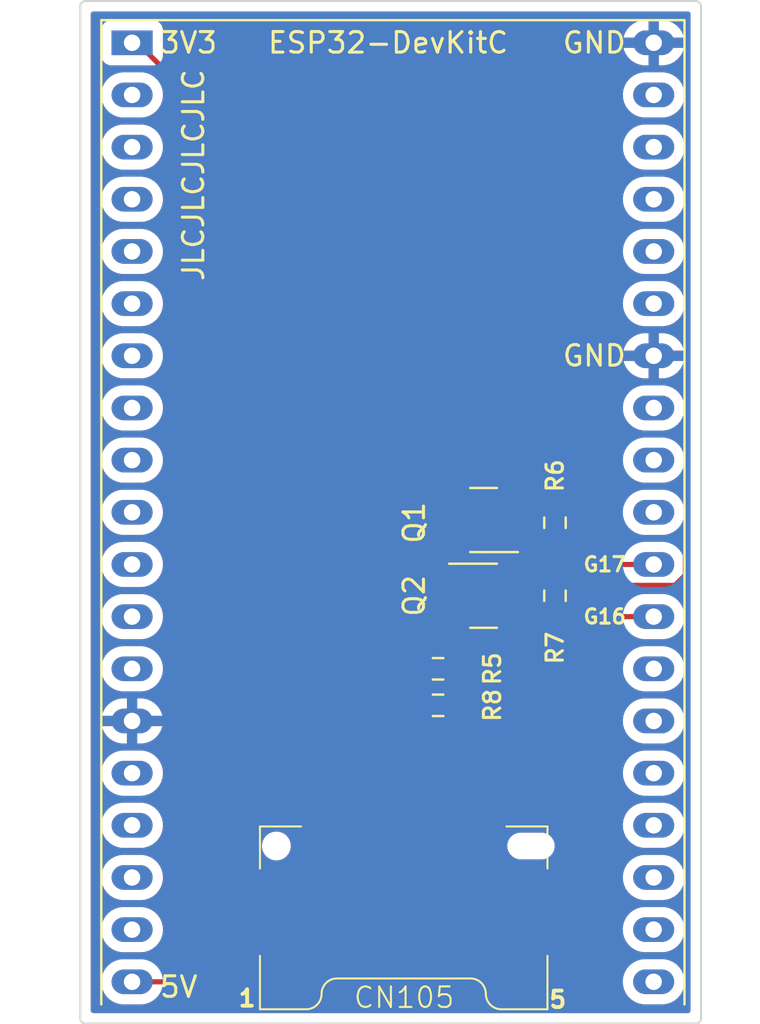
<source format=kicad_pcb>
(kicad_pcb (version 20221018) (generator pcbnew)

  (general
    (thickness 1.6)
  )

  (paper "A4")
  (layers
    (0 "F.Cu" signal)
    (31 "B.Cu" signal)
    (32 "B.Adhes" user "B.Adhesive")
    (33 "F.Adhes" user "F.Adhesive")
    (34 "B.Paste" user)
    (35 "F.Paste" user)
    (36 "B.SilkS" user "B.Silkscreen")
    (37 "F.SilkS" user "F.Silkscreen")
    (38 "B.Mask" user)
    (39 "F.Mask" user)
    (40 "Dwgs.User" user "User.Drawings")
    (41 "Cmts.User" user "User.Comments")
    (42 "Eco1.User" user "User.Eco1")
    (43 "Eco2.User" user "User.Eco2")
    (44 "Edge.Cuts" user)
    (45 "Margin" user)
    (46 "B.CrtYd" user "B.Courtyard")
    (47 "F.CrtYd" user "F.Courtyard")
    (48 "B.Fab" user)
    (49 "F.Fab" user)
    (50 "User.1" user)
    (51 "User.2" user)
    (52 "User.3" user)
    (53 "User.4" user)
    (54 "User.5" user)
    (55 "User.6" user)
    (56 "User.7" user)
    (57 "User.8" user)
    (58 "User.9" user)
  )

  (setup
    (stackup
      (layer "F.SilkS" (type "Top Silk Screen"))
      (layer "F.Paste" (type "Top Solder Paste"))
      (layer "F.Mask" (type "Top Solder Mask") (thickness 0.01))
      (layer "F.Cu" (type "copper") (thickness 0.035))
      (layer "dielectric 1" (type "core") (thickness 1.51) (material "FR4") (epsilon_r 4.5) (loss_tangent 0.02))
      (layer "B.Cu" (type "copper") (thickness 0.035))
      (layer "B.Mask" (type "Bottom Solder Mask") (thickness 0.01))
      (layer "B.Paste" (type "Bottom Solder Paste"))
      (layer "B.SilkS" (type "Bottom Silk Screen"))
      (copper_finish "None")
      (dielectric_constraints no)
    )
    (pad_to_mask_clearance 0)
    (aux_axis_origin 75.946 59.436)
    (grid_origin 75.946 59.436)
    (pcbplotparams
      (layerselection 0x00010f0_ffffffff)
      (plot_on_all_layers_selection 0x0000000_00000000)
      (disableapertmacros false)
      (usegerberextensions false)
      (usegerberattributes true)
      (usegerberadvancedattributes true)
      (creategerberjobfile true)
      (dashed_line_dash_ratio 12.000000)
      (dashed_line_gap_ratio 3.000000)
      (svgprecision 4)
      (plotframeref false)
      (viasonmask false)
      (mode 1)
      (useauxorigin false)
      (hpglpennumber 1)
      (hpglpenspeed 20)
      (hpglpendiameter 15.000000)
      (dxfpolygonmode true)
      (dxfimperialunits true)
      (dxfusepcbnewfont true)
      (psnegative false)
      (psa4output false)
      (plotreference true)
      (plotvalue true)
      (plotinvisibletext false)
      (sketchpadsonfab false)
      (subtractmaskfromsilk false)
      (outputformat 1)
      (mirror false)
      (drillshape 0)
      (scaleselection 1)
      (outputdirectory "gerber/")
    )
  )

  (net 0 "")
  (net 1 "GND")
  (net 2 "+5V")
  (net 3 "U1TX")
  (net 4 "U1RX")
  (net 5 "unconnected-(U1-CHIP_PU-Pad2)")
  (net 6 "unconnected-(U1-SENSOR_VP{slash}GPIO36{slash}ADC1_CH0-Pad3)")
  (net 7 "unconnected-(U1-SENSOR_VN{slash}GPIO39{slash}ADC1_CH3-Pad4)")
  (net 8 "unconnected-(U1-VDET_1{slash}GPIO34{slash}ADC1_CH6-Pad5)")
  (net 9 "unconnected-(U1-VDET_2{slash}GPIO35{slash}ADC1_CH7-Pad6)")
  (net 10 "unconnected-(U1-32K_XP{slash}GPIO32{slash}ADC1_CH4-Pad7)")
  (net 11 "unconnected-(U1-32K_XN{slash}GPIO33{slash}ADC1_CH5-Pad8)")
  (net 12 "unconnected-(U1-DAC_1{slash}ADC2_CH8{slash}GPIO25-Pad9)")
  (net 13 "unconnected-(U1-DAC_2{slash}ADC2_CH9{slash}GPIO26-Pad10)")
  (net 14 "unconnected-(U1-ADC2_CH7{slash}GPIO27-Pad11)")
  (net 15 "unconnected-(U1-MTMS{slash}GPIO14{slash}ADC2_CH6-Pad12)")
  (net 16 "unconnected-(U1-MTDI{slash}GPIO12{slash}ADC2_CH5-Pad13)")
  (net 17 "unconnected-(U1-MTCK{slash}GPIO13{slash}ADC2_CH4-Pad15)")
  (net 18 "unconnected-(U1-ADC2_CH2{slash}GPIO2-Pad24)")
  (net 19 "unconnected-(U1-ADC2_CH0{slash}GPIO4-Pad26)")
  (net 20 "unconnected-(U1-CMD-Pad18)")
  (net 21 "unconnected-(U1-SD_CLK{slash}GPIO6-Pad20)")
  (net 22 "unconnected-(U1-SD_DATA0{slash}GPIO7-Pad21)")
  (net 23 "unconnected-(U1-SD_DATA1{slash}GPIO8-Pad22)")
  (net 24 "unconnected-(U1-MTDO{slash}GPIO15{slash}ADC2_CH3-Pad23)")
  (net 25 "unconnected-(U1-GPIO0{slash}BOOT{slash}ADC2_CH1-Pad25)")
  (net 26 "unconnected-(U1-SD_DATA3{slash}GPIO10-Pad17)")
  (net 27 "unconnected-(U1-SD_DATA2{slash}GPIO9-Pad16)")
  (net 28 "unconnected-(U1-GPIO5-Pad29)")
  (net 29 "unconnected-(U1-GPIO18-Pad30)")
  (net 30 "unconnected-(U1-GPIO19-Pad31)")
  (net 31 "unconnected-(U1-GPIO21-Pad33)")
  (net 32 "unconnected-(U1-U0RXD{slash}GPIO3-Pad34)")
  (net 33 "unconnected-(U1-U0TXD{slash}GPIO1-Pad35)")
  (net 34 "unconnected-(U1-GPIO22-Pad36)")
  (net 35 "unconnected-(U1-GPIO23-Pad37)")
  (net 36 "+3V3")
  (net 37 "+12V")
  (net 38 "RX")
  (net 39 "TX")

  (footprint "Resistor_SMD:R_0603_1608Metric_Pad0.98x0.95mm_HandSolder" (layer "F.Cu") (at 98.552 87.884 -90))

  (footprint "Custom_Connector_JST_PA:JST_PA_SM05B-PASS_1x5_P2.00mm_Horizontal" (layer "F.Cu") (at 91.186 100.066 180))

  (footprint "Package_TO_SOT_SMD:SOT-23" (layer "F.Cu") (at 95.0745 84.196 180))

  (footprint "Package_TO_SOT_SMD:SOT-23" (layer "F.Cu") (at 95.0745 87.884))

  (footprint "Custom_PCM_Espressif:ESP32-DevKitC (no overhang)" (layer "F.Cu") (at 77.96 60.96))

  (footprint "Resistor_SMD:R_0603_1608Metric_Pad0.98x0.95mm_HandSolder" (layer "F.Cu") (at 98.552 84.328 90))

  (footprint "Fiducial:Fiducial_0.5mm_Mask1mm" (layer "F.Cu") (at 81.534 103.378))

  (footprint "Resistor_SMD:R_0603_1608Metric_Pad0.98x0.95mm_HandSolder" (layer "F.Cu") (at 92.8605 93.218))

  (footprint "Fiducial:Fiducial_0.5mm_Mask1mm" (layer "F.Cu") (at 98.552 63.754))

  (footprint "Resistor_SMD:R_0603_1608Metric_Pad0.98x0.95mm_HandSolder" (layer "F.Cu") (at 92.8605 91.44))

  (gr_arc (start 105.664 108.458) (mid 105.589605 108.637605) (end 105.41 108.712)
    (stroke (width 0.1) (type default)) (layer "Edge.Cuts") (tstamp 031e663b-2f60-45c6-807e-cf107d274383))
  (gr_arc (start 75.692 108.712) (mid 75.512395 108.637605) (end 75.438 108.458)
    (stroke (width 0.1) (type default)) (layer "Edge.Cuts") (tstamp 0b3b0272-c4b6-4693-889e-b07d10ccaaee))
  (gr_arc (start 75.438 59.182) (mid 75.512395 59.002395) (end 75.692 58.928)
    (stroke (width 0.1) (type default)) (layer "Edge.Cuts") (tstamp 0db7624c-8161-4e2f-a13d-2caa66efea0f))
  (gr_arc (start 105.41 58.928) (mid 105.589605 59.002395) (end 105.664 59.182)
    (stroke (width 0.1) (type default)) (layer "Edge.Cuts") (tstamp 5869a670-beff-49ac-b92a-e8c0bfd68158))
  (gr_line (start 75.438 59.182) (end 75.438 108.458)
    (stroke (width 0.1) (type default)) (layer "Edge.Cuts") (tstamp 5de59977-2ad4-4698-8f78-946e2c496158))
  (gr_line (start 105.41 58.928) (end 75.692 58.928)
    (stroke (width 0.1) (type default)) (layer "Edge.Cuts") (tstamp 88d15ab8-2975-4ae0-a1fb-46dfa9a01fe5))
  (gr_line (start 75.692 108.712) (end 105.41 108.712)
    (stroke (width 0.1) (type default)) (layer "Edge.Cuts") (tstamp c43990ab-4603-480d-8a0b-eb0cb3d87d5f))
  (gr_line (start 105.664 108.458) (end 105.664 59.182)
    (stroke (width 0.1) (type default)) (layer "Edge.Cuts") (tstamp da5b3c03-91dd-4ade-ab0b-c4ddf17ba0bf))
  (gr_text "1" (at 83.058 107.95) (layer "F.SilkS") (tstamp 5e564448-f8f7-4a85-bf39-943764be5523)
    (effects (font (size 0.8 0.8) (thickness 0.1875)) (justify left bottom))
  )
  (gr_text "JLCJLCJLCJLC" (at 81.534 72.644 90) (layer "F.SilkS") (tstamp 9ec7c8a1-94ce-4526-8dd8-2a6be6f8a89e)
    (effects (font (size 1 1) (thickness 0.15)) (justify left bottom))
  )
  (gr_text "5" (at 98.186 108.016) (layer "F.SilkS") (tstamp d6ac8330-0dca-44da-a61b-9d0548abfb2a)
    (effects (font (size 0.8 0.8) (thickness 0.1875)) (justify left bottom))
  )

  (segment (start 89.408 106.68) (end 77.96 106.68) (width 0.25) (layer "F.Cu") (net 2) (tstamp 17991c61-22fe-4156-baa0-8290395a118a))
  (segment (start 91.186 93.98) (end 91.948 93.218) (width 0.25) (layer "F.Cu") (net 2) (tstamp 3cd0b07d-cdba-4d01-aede-9e907553b594))
  (segment (start 91.186 104.902) (end 89.408 106.68) (width 0.25) (layer "F.Cu") (net 2) (tstamp 4ed621bc-10b6-4fb8-821e-8be18207e8b6))
  (segment (start 91.186 98.666) (end 91.186 93.98) (width 0.25) (layer "F.Cu") (net 2) (tstamp 7706167a-f4d7-49d2-8c48-d63259033290))
  (segment (start 91.948 93.218) (end 91.948 91.44) (width 0.25) (layer "F.Cu") (net 2) (tstamp 80a53aa2-55d4-4ae6-9922-74ce896ba21b))
  (segment (start 91.186 98.666) (end 91.186 104.902) (width 0.25) (layer "F.Cu") (net 2) (tstamp fb7f4f7e-95f6-4ae3-a10c-807b18b16053))
  (segment (start 103.36 86.36) (end 101.4965 86.36) (width 0.25) (layer "F.Cu") (net 3) (tstamp 465ebf55-17d4-49f1-b037-a1dc572ad124))
  (segment (start 96.1875 83.378) (end 98.5145 83.378) (width 0.25) (layer "F.Cu") (net 3) (tstamp 6bd15275-0aa7-49bf-a627-4f2519f9ccb4))
  (segment (start 98.5145 83.378) (end 98.552 83.4155) (width 0.25) (layer "F.Cu") (net 3) (tstamp 8b3c1b94-052c-443f-8ef6-d6d39c0a57d3))
  (segment (start 101.4965 86.36) (end 98.552 83.4155) (width 0.25) (layer "F.Cu") (net 3) (tstamp 95bc3d3d-eda9-4750-906d-3ffb88e50683))
  (segment (start 94.3125 88.834) (end 98.5145 88.834) (width 0.25) (layer "F.Cu") (net 4) (tstamp 0ceb9c3a-8749-48a8-affa-6f2745dbaabc))
  (segment (start 103.36 88.9) (end 98.6555 88.9) (width 0.25) (layer "F.Cu") (net 4) (tstamp ab06c4da-0f63-4d78-a14c-aa6db83e5d28))
  (segment (start 98.6555 88.9) (end 98.552 88.7965) (width 0.25) (layer "F.Cu") (net 4) (tstamp b477f5f4-5517-474a-b91d-bf2861e42d31))
  (segment (start 98.5145 88.834) (end 98.552 88.7965) (width 0.25) (layer "F.Cu") (net 4) (tstamp fa7653a4-0ede-4096-b8e1-f6b2d477e88f))
  (segment (start 94.3125 86.934) (end 94.35 86.9715) (width 0.25) (layer "F.Cu") (net 36) (tstamp 02959d61-d96b-45b8-8144-ae920655122a))
  (segment (start 94.35 86.9715) (end 98.552 86.9715) (width 0.25) (layer "F.Cu") (net 36) (tstamp 0553d217-4498-4a35-b26d-d4203fba494f))
  (segment (start 100.6875 86.9715) (end 101.092 87.376) (width 0.25) (layer "F.Cu") (net 36) (tstamp 1c7ceddf-ba1d-4dbb-8831-377ce4b601cb))
  (segment (start 98.552 86.9715) (end 98.552 85.2405) (width 0.25) (layer "F.Cu") (net 36) (tstamp 22118ac6-5ba9-4af7-8877-adf88e17d4d2))
  (segment (start 104.394 87.376) (end 104.902 86.868) (width 0.25) (layer "F.Cu") (net 36) (tstamp 235da6cd-b2ed-434d-88d7-0ed6a1de2074))
  (segment (start 98.5145 85.278) (end 98.552 85.2405) (width 0.25) (layer "F.Cu") (net 36) (tstamp 32091c29-f152-46bc-95fd-a3a881a378a8))
  (segment (start 78.223 60.96) (end 77.96 60.96) (width 0.25) (layer "F.Cu") (net 36) (tstamp 330c3ed0-e4b1-408c-8bbb-0ffc5d9a9e35))
  (segment (start 98.552 86.9715) (end 100.6875 86.9715) (width 0.25) (layer "F.Cu") (net 36) (tstamp 874addfc-3bcc-4c05-9e00-1f46202f3ac7))
  (segment (start 104.902 86.868) (end 104.902 85.63875) (width 0.25) (layer "F.Cu") (net 36) (tstamp 89345d73-aa11-4f72-b20a-79052f446f64))
  (segment (start 101.092 87.376) (end 104.394 87.376) (width 0.25) (layer "F.Cu") (net 36) (tstamp 89de8e2a-b7d7-434b-b763-c73ba2a34c83))
  (segment (start 96.1875 85.278) (end 98.5145 85.278) (width 0.25) (layer "F.Cu") (net 36) (tstamp 9807a50c-7fa7-4292-9c92-79c825804666))
  (segment (start 104.35325 85.09) (end 102.353 85.09) (width 0.25) (layer "F.Cu") (net 36) (tstamp 9e18fc9b-6733-45d2-8410-86896dc0af0b))
  (segment (start 104.902 85.63875) (end 104.35325 85.09) (width 0.25) (layer "F.Cu") (net 36) (tstamp d1173164-f36c-4254-bb2d-e7411ccdc9b9))
  (segment (start 102.353 85.09) (end 78.223 60.96) (width 0.25) (layer "F.Cu") (net 36) (tstamp dd673924-1f6d-4ddd-817e-1a4f44eb8142))
  (segment (start 92.456 85.598) (end 93.726 84.328) (width 0.25) (layer "F.Cu") (net 38) (tstamp 15e40812-0ef9-43b5-b1e5-51083fae726e))
  (segment (start 92.456 90.123) (end 92.456 85.598) (width 0.25) (layer "F.Cu") (net 38) (tstamp 343b6bc4-0f81-4635-905c-d429b4061b79))
  (segment (start 92.456 100.584) (end 92.202 100.33) (width 0.25) (layer "F.Cu") (net 38) (tstamp 5073cb89-7cdf-4899-9507-457f8fc4cc28))
  (segment (start 93.726 84.328) (end 94.3125 84.328) (width 0.25) (layer "F.Cu") (net 38) (tstamp 5237b368-fd06-4211-ac16-2d13d60d51c8))
  (segment (start 92.9605 92.2525) (end 93.773 91.44) (width 0.25) (layer "F.Cu") (net 38) (tstamp 5b6e04d2-17d1-4ba5-87a5-a3b9c028006f))
  (segment (start 95.186 98.666) (end 95.186 99.645) (width 0.25) (layer "F.Cu") (net 38) (tstamp 88afff05-d6e3-4bb6-8da2-416c695ed855))
  (segment (start 92.202 94.253576) (end 92.9605 93.495076) (width 0.25) (layer "F.Cu") (net 38) (tstamp 90818fd0-c729-472d-bc99-c9466de83867))
  (segment (start 92.202 100.33) (end 92.202 94.253576) (width 0.25) (layer "F.Cu") (net 38) (tstamp 990546ef-2c6f-4ea9-9341-8c63d7630d0d))
  (segment (start 93.773 91.44) (end 92.456 90.123) (width 0.25) (layer "F.Cu") (net 38) (tstamp 9e57a0e7-bc4d-4f38-8b6d-9aa051bfa7f8))
  (segment (start 94.247 100.584) (end 92.456 100.584) (width 0.25) (layer "F.Cu") (net 38) (tstamp b2a79c96-d482-419b-aa12-55b1fbaa9328))
  (segment (start 95.186 99.645) (end 94.247 100.584) (width 0.25) (layer "F.Cu") (net 38) (tstamp cebfb60a-e638-49cf-ad8d-ed192dc3a02d))
  (segment (start 92.9605 93.495076) (end 92.9605 92.2525) (width 0.25) (layer "F.Cu") (net 38) (tstamp d33ef2d7-f51d-4297-97f2-447c8c1fbb77))
  (segment (start 94.5855 92.4055) (end 94.5855 90.7755) (width 0.25) (layer "F.Cu") (net 39) (tstamp 3af28bd7-1d92-44df-948a-b82ec3ef2e25))
  (segment (start 93.186 93.905972) (end 93.773 93.318972) (width 0.25) (layer "F.Cu") (net 39) (tstamp 3fc9177f-8ba3-414f-83a3-3857c56d6900))
  (segment (start 93.773 93.318972) (end 93.773 93.218) (width 0.25) (layer "F.Cu") (net 39) (tstamp 53015948-822b-4313-aab6-5c4a5ac6e9be))
  (segment (start 93.773 93.218) (end 94.5855 92.4055) (width 0.25) (layer "F.Cu") (net 39) (tstamp 5ca0f425-99b7-49d0-9a2a-88ce1226c774))
  (segment (start 92.964 88.365796) (end 93.445796 87.884) (width 0.25) (layer "F.Cu") (net 39) (tstamp 5f88fddc-5ef4-4f81-b12c-948eceb4ccdf))
  (segment (start 94.5855 90.7755) (end 92.964 89.154) (width 0.25) (layer "F.Cu") (net 39) (tstamp 609539d4-3c6f-40fa-950f-7f8e75045796))
  (segment (start 92.964 89.154) (end 92.964 88.365796) (width 0.25) (layer "F.Cu") (net 39) (tstamp 8a741b66-30e3-4fea-9012-59a0f4978115))
  (segment (start 93.445796 87.884) (end 96.1875 87.884) (width 0.25) (layer "F.Cu") (net 39) (tstamp b4363fe3-8b51-41c3-a2d8-05f94884e4b0))
  (segment (start 93.186 98.666) (end 93.186 93.905972) (width 0.25) (layer "F.Cu") (net 39) (tstamp ecb9bb43-1ad4-4ee6-b59c-f028c1de453b))

  (zone (net 1) (net_name "GND") (layer "F.Cu") (tstamp 99ba3fce-30c2-450d-b0ef-471d2f1ebf31) (hatch edge 0.5)
    (connect_pads (clearance 0.5))
    (min_thickness 0.25) (filled_areas_thickness no)
    (fill yes (thermal_gap 0.5) (thermal_bridge_width 0.5))
    (polygon
      (pts
        (xy 75.946 59.436)
        (xy 105.156 59.436)
        (xy 105.156 108.204)
        (xy 75.946 108.204)
      )
    )
    (filled_polygon
      (layer "F.Cu")
      (pts
        (xy 105.099039 59.455685)
        (xy 105.144794 59.508489)
        (xy 105.156 59.56)
        (xy 105.156 84.708797)
        (xy 105.136315 84.775836)
        (xy 105.083511 84.821591)
        (xy 105.014353 84.831535)
        (xy 104.950797 84.80251)
        (xy 104.944319 84.796478)
        (xy 104.854053 84.706212)
        (xy 104.84423 84.69395)
        (xy 104.844009 84.694134)
        (xy 104.839036 84.688122)
        (xy 104.790026 84.642099)
        (xy 104.787227 84.639386)
        (xy 104.767727 84.619885)
        (xy 104.767721 84.61988)
        (xy 104.764536 84.617409)
        (xy 104.755684 84.609848)
        (xy 104.723832 84.579938)
        (xy 104.723828 84.579934)
        (xy 104.721282 84.578085)
        (xy 104.719769 84.576123)
        (xy 104.718143 84.574596)
        (xy 104.718389 84.574333)
        (xy 104.678617 84.522754)
        (xy 104.672638 84.453141)
        (xy 104.68678 84.415769)
        (xy 104.749737 84.306727)
        (xy 104.765601 84.27925)
        (xy 104.765601 84.279247)
        (xy 104.765604 84.279244)
        (xy 104.834344 84.080633)
        (xy 104.864254 83.872602)
        (xy 104.854254 83.66267)
        (xy 104.804704 83.458424)
        (xy 104.804701 83.458417)
        (xy 104.717401 83.267256)
        (xy 104.717398 83.267251)
        (xy 104.717397 83.26725)
        (xy 104.717396 83.267247)
        (xy 104.595486 83.096048)
        (xy 104.595484 83.096046)
        (xy 104.595479 83.09604)
        (xy 104.443379 82.951014)
        (xy 104.266574 82.837388)
        (xy 104.262115 82.835603)
        (xy 104.071457 82.759275)
        (xy 104.071455 82.759274)
        (xy 103.865086 82.7195)
        (xy 103.865085 82.7195)
        (xy 102.907575 82.7195)
        (xy 102.768135 82.732815)
        (xy 102.750782 82.734472)
        (xy 102.750778 82.734473)
        (xy 102.549127 82.793683)
        (xy 102.362313 82.889991)
        (xy 102.197116 83.019905)
        (xy 102.197112 83.019909)
        (xy 102.059478 83.178746)
        (xy 101.954398 83.36075)
        (xy 101.904499 83.504923)
        (xy 101.86397 83.561837)
        (xy 101.799105 83.587805)
        (xy 101.730498 83.574581)
        (xy 101.699638 83.552047)
        (xy 99.374992 81.227401)
        (xy 101.855746 81.227401)
        (xy 101.865745 81.437327)
        (xy 101.915296 81.641578)
        (xy 101.915298 81.641582)
        (xy 102.002598 81.832743)
        (xy 102.002601 81.832748)
        (xy 102.002602 81.83275)
        (xy 102.002604 81.832753)
        (xy 102.065627 81.921256)
        (xy 102.124515 82.003953)
        (xy 102.12452 82.003959)
        (xy 102.27662 82.148985)
        (xy 102.417797 82.239714)
        (xy 102.453428 82.262613)
        (xy 102.648543 82.340725)
        (xy 102.751729 82.360612)
        (xy 102.854914 82.3805)
        (xy 102.854915 82.3805)
        (xy 103.812419 82.3805)
        (xy 103.812425 82.3805)
        (xy 103.969218 82.365528)
        (xy 104.170875 82.306316)
        (xy 104.357682 82.210011)
        (xy 104.522886 82.080092)
        (xy 104.660519 81.921256)
        (xy 104.765604 81.739244)
        (xy 104.834344 81.540633)
        (xy 104.864254 81.332602)
        (xy 104.854254 81.12267)
        (xy 104.804704 80.918424)
        (xy 104.804701 80.918417)
        (xy 104.717401 80.727256)
        (xy 104.717398 80.727251)
        (xy 104.717397 80.72725)
        (xy 104.717396 80.727247)
        (xy 104.595486 80.556048)
        (xy 104.595484 80.556046)
        (xy 104.595479 80.55604)
        (xy 104.443379 80.411014)
        (xy 104.266574 80.297388)
        (xy 104.071455 80.219274)
        (xy 103.865086 80.1795)
        (xy 103.865085 80.1795)
        (xy 102.907575 80.1795)
        (xy 102.750782 80.194472)
        (xy 102.750778 80.194473)
        (xy 102.549127 80.253683)
        (xy 102.362313 80.349991)
        (xy 102.197116 80.479905)
        (xy 102.197112 80.479909)
        (xy 102.059478 80.638746)
        (xy 101.954398 80.82075)
        (xy 101.885656 81.019365)
        (xy 101.885656 81.019367)
        (xy 101.870804 81.12267)
        (xy 101.855746 81.227401)
        (xy 99.374992 81.227401)
        (xy 96.834992 78.687401)
        (xy 101.855746 78.687401)
        (xy 101.865745 78.897327)
        (xy 101.915296 79.101578)
        (xy 101.915298 79.101582)
        (xy 102.002598 79.292743)
        (xy 102.002601 79.292748)
        (xy 102.002602 79.29275)
        (xy 102.002604 79.292753)
        (xy 102.065627 79.381256)
        (xy 102.124515 79.463953)
        (xy 102.12452 79.463959)
        (xy 102.27662 79.608985)
        (xy 102.371578 79.670011)
        (xy 102.453428 79.722613)
        (xy 102.648543 79.800725)
        (xy 102.751729 79.820612)
        (xy 102.854914 79.8405)
        (xy 102.854915 79.8405)
        (xy 103.812419 79.8405)
        (xy 103.812425 79.8405)
        (xy 103.969218 79.825528)
        (xy 104.170875 79.766316)
        (xy 104.357682 79.670011)
        (xy 104.522886 79.540092)
        (xy 104.660519 79.381256)
        (xy 104.765604 79.199244)
        (xy 104.834344 79.000633)
        (xy 104.864254 78.792602)
        (xy 104.854254 78.58267)
        (xy 104.804704 78.378424)
        (xy 104.804701 78.378417)
        (xy 104.717401 78.187256)
        (xy 104.717398 78.187251)
        (xy 104.717397 78.18725)
        (xy 104.717396 78.187247)
        (xy 104.595486 78.016048)
        (xy 104.595484 78.016046)
        (xy 104.595479 78.01604)
        (xy 104.443379 77.871014)
        (xy 104.266574 77.757388)
        (xy 104.071455 77.679274)
        (xy 103.865086 77.6395)
        (xy 103.865085 77.6395)
        (xy 102.907575 77.6395)
        (xy 102.750782 77.654472)
        (xy 102.750778 77.654473)
        (xy 102.549127 77.713683)
        (xy 102.362313 77.809991)
        (xy 102.197116 77.939905)
        (xy 102.197112 77.939909)
        (xy 102.059478 78.098746)
        (xy 101.954398 78.28075)
        (xy 101.885656 78.479365)
        (xy 101.885656 78.479367)
        (xy 101.870804 78.58267)
        (xy 101.855746 78.687401)
        (xy 96.834992 78.687401)
        (xy 94.097591 75.95)
        (xy 101.884632 75.95)
        (xy 103.044314 75.95)
        (xy 103.032359 75.961955)
        (xy 102.974835 76.074852)
        (xy 102.955014 76.2)
        (xy 102.974835 76.325148)
        (xy 103.032359 76.438045)
        (xy 103.044314 76.45)
        (xy 101.888742 76.45)
        (xy 101.91577 76.561409)
        (xy 102.00304 76.752507)
        (xy 102.124889 76.923619)
        (xy 102.124895 76.923625)
        (xy 102.276932 77.068592)
        (xy 102.453657 77.182166)
        (xy 102.648685 77.260244)
        (xy 102.854962 77.3)
        (xy 103.11 77.3)
        (xy 103.11 76.515686)
        (xy 103.121955 76.527641)
        (xy 103.234852 76.585165)
        (xy 103.328519 76.6)
        (xy 103.391481 76.6)
        (xy 103.485148 76.585165)
        (xy 103.598045 76.527641)
        (xy 103.61 76.515686)
        (xy 103.61 77.3)
        (xy 103.812398 77.3)
        (xy 103.969122 77.285034)
        (xy 103.969126 77.285033)
        (xy 104.170686 77.22585)
        (xy 104.357414 77.129586)
        (xy 104.522537 76.999731)
        (xy 104.52254 76.999728)
        (xy 104.660105 76.840969)
        (xy 104.660114 76.840958)
        (xy 104.765144 76.659039)
        (xy 104.765147 76.659032)
        (xy 104.833855 76.460517)
        (xy 104.833855 76.460515)
        (xy 104.835368 76.45)
        (xy 103.675686 76.45)
        (xy 103.687641 76.438045)
        (xy 103.745165 76.325148)
        (xy 103.764986 76.2)
        (xy 103.745165 76.074852)
        (xy 103.687641 75.961955)
        (xy 103.675686 75.95)
        (xy 104.831257 75.95)
        (xy 104.804229 75.83859)
        (xy 104.716959 75.647492)
        (xy 104.59511 75.47638)
        (xy 104.595104 75.476374)
        (xy 104.443067 75.331407)
        (xy 104.266342 75.217833)
        (xy 104.071314 75.139755)
        (xy 103.865038 75.1)
        (xy 103.61 75.1)
        (xy 103.61 75.884314)
        (xy 103.598045 75.872359)
        (xy 103.485148 75.814835)
        (xy 103.391481 75.8)
        (xy 103.328519 75.8)
        (xy 103.234852 75.814835)
        (xy 103.121955 75.872359)
        (xy 103.11 75.884314)
        (xy 103.11 75.1)
        (xy 102.907602 75.1)
        (xy 102.750877 75.114965)
        (xy 102.750873 75.114966)
        (xy 102.549313 75.174149)
        (xy 102.362585 75.270413)
        (xy 102.197462 75.400268)
        (xy 102.197459 75.400271)
        (xy 102.059894 75.55903)
        (xy 102.059885 75.559041)
        (xy 101.954855 75.74096)
        (xy 101.954852 75.740967)
        (xy 101.886144 75.939482)
        (xy 101.886144 75.939484)
        (xy 101.884632 75.95)
        (xy 94.097591 75.95)
        (xy 91.754992 73.607401)
        (xy 101.855746 73.607401)
        (xy 101.865745 73.817327)
        (xy 101.915296 74.021578)
        (xy 101.915298 74.021582)
        (xy 102.002598 74.212743)
        (xy 102.002601 74.212748)
        (xy 102.002602 74.21275)
        (xy 102.002604 74.212753)
        (xy 102.065627 74.301256)
        (xy 102.124515 74.383953)
        (xy 102.12452 74.383959)
        (xy 102.27662 74.528985)
        (xy 102.371578 74.590011)
        (xy 102.453428 74.642613)
        (xy 102.648543 74.720725)
        (xy 102.751729 74.740612)
        (xy 102.854914 74.7605)
        (xy 102.854915 74.7605)
        (xy 103.812419 74.7605)
        (xy 103.812425 74.7605)
        (xy 103.969218 74.745528)
        (xy 104.170875 74.686316)
        (xy 104.357682 74.590011)
        (xy 104.522886 74.460092)
        (xy 104.660519 74.301256)
        (xy 104.765604 74.119244)
        (xy 104.834344 73.920633)
        (xy 104.864254 73.712602)
        (xy 104.854254 73.50267)
        (xy 104.804704 73.298424)
        (xy 104.804701 73.298417)
        (xy 104.717401 73.107256)
        (xy 104.717398 73.107251)
        (xy 104.717397 73.10725)
        (xy 104.717396 73.107247)
        (xy 104.595486 72.936048)
        (xy 104.595484 72.936046)
        (xy 104.595479 72.93604)
        (xy 104.443379 72.791014)
        (xy 104.266574 72.677388)
        (xy 104.071455 72.599274)
        (xy 103.865086 72.5595)
        (xy 103.865085 72.5595)
        (xy 102.907575 72.5595)
        (xy 102.750782 72.574472)
        (xy 102.750778 72.574473)
        (xy 102.549127 72.633683)
        (xy 102.362313 72.729991)
        (xy 102.197116 72.859905)
        (xy 102.197112 72.859909)
        (xy 102.059478 73.018746)
        (xy 101.954398 73.20075)
        (xy 101.885656 73.399365)
        (xy 101.885656 73.399367)
        (xy 101.870804 73.50267)
        (xy 101.855746 73.607401)
        (xy 91.754992 73.607401)
        (xy 89.214992 71.067401)
        (xy 101.855746 71.067401)
        (xy 101.865745 71.277327)
        (xy 101.915296 71.481578)
        (xy 101.915298 71.481582)
        (xy 102.002598 71.672743)
        (xy 102.002601 71.672748)
        (xy 102.002602 71.67275)
        (xy 102.002604 71.672753)
        (xy 102.065627 71.761256)
        (xy 102.124515 71.843953)
        (xy 102.12452 71.843959)
        (xy 102.27662 71.988985)
        (xy 102.371578 72.050011)
        (xy 102.453428 72.102613)
        (xy 102.648543 72.180725)
        (xy 102.751729 72.200612)
        (xy 102.854914 72.2205)
        (xy 102.854915 72.2205)
        (xy 103.812419 72.2205)
        (xy 103.812425 72.2205)
        (xy 103.969218 72.205528)
        (xy 104.170875 72.146316)
        (xy 104.357682 72.050011)
        (xy 104.522886 71.920092)
        (xy 104.660519 71.761256)
        (xy 104.765604 71.579244)
        (xy 104.834344 71.380633)
        (xy 104.864254 71.172602)
        (xy 104.854254 70.96267)
        (xy 104.804704 70.758424)
        (xy 104.804701 70.758417)
        (xy 104.717401 70.567256)
        (xy 104.717398 70.567251)
        (xy 104.717397 70.56725)
        (xy 104.717396 70.567247)
        (xy 104.595486 70.396048)
        (xy 104.595484 70.396046)
        (xy 104.595479 70.39604)
        (xy 104.443379 70.251014)
        (xy 104.266574 70.137388)
        (xy 104.071455 70.059274)
        (xy 103.865086 70.0195)
        (xy 103.865085 70.0195)
        (xy 102.907575 70.0195)
        (xy 102.750782 70.034472)
        (xy 102.750778 70.034473)
        (xy 102.549127 70.093683)
        (xy 102.362313 70.189991)
        (xy 102.197116 70.319905)
        (xy 102.197112 70.319909)
        (xy 102.059478 70.478746)
        (xy 101.954398 70.66075)
        (xy 101.885656 70.859365)
        (xy 101.885656 70.859367)
        (xy 101.870804 70.96267)
        (xy 101.855746 71.067401)
        (xy 89.214992 71.067401)
        (xy 86.674992 68.527401)
        (xy 101.855746 68.527401)
        (xy 101.865745 68.737327)
        (xy 101.915296 68.941578)
        (xy 101.915298 68.941582)
        (xy 102.002598 69.132743)
        (xy 102.002601 69.132748)
        (xy 102.002602 69.13275)
        (xy 102.002604 69.132753)
        (xy 102.065627 69.221256)
        (xy 102.124515 69.303953)
        (xy 102.12452 69.303959)
        (xy 102.27662 69.448985)
        (xy 102.371578 69.510011)
        (xy 102.453428 69.562613)
        (xy 102.648543 69.640725)
        (xy 102.751729 69.660612)
        (xy 102.854914 69.6805)
        (xy 102.854915 69.6805)
        (xy 103.812419 69.6805)
        (xy 103.812425 69.6805)
        (xy 103.969218 69.665528)
        (xy 104.170875 69.606316)
        (xy 104.357682 69.510011)
        (xy 104.522886 69.380092)
        (xy 104.660519 69.221256)
        (xy 104.765604 69.039244)
        (xy 104.834344 68.840633)
        (xy 104.864254 68.632602)
        (xy 104.854254 68.42267)
        (xy 104.804704 68.218424)
        (xy 104.804701 68.218417)
        (xy 104.717401 68.027256)
        (xy 104.717398 68.027251)
        (xy 104.717397 68.02725)
        (xy 104.717396 68.027247)
        (xy 104.595486 67.856048)
        (xy 104.595484 67.856046)
        (xy 104.595479 67.85604)
        (xy 104.443379 67.711014)
        (xy 104.266574 67.597388)
        (xy 104.071455 67.519274)
        (xy 103.865086 67.4795)
        (xy 103.865085 67.4795)
        (xy 102.907575 67.4795)
        (xy 102.750782 67.494472)
        (xy 102.750778 67.494473)
        (xy 102.549127 67.553683)
        (xy 102.362313 67.649991)
        (xy 102.197116 67.779905)
        (xy 102.197112 67.779909)
        (xy 102.059478 67.938746)
        (xy 101.954398 68.12075)
        (xy 101.885656 68.319365)
        (xy 101.885656 68.319367)
        (xy 101.870804 68.42267)
        (xy 101.855746 68.527401)
        (xy 86.674992 68.527401)
        (xy 84.134992 65.987401)
        (xy 101.855746 65.987401)
        (xy 101.865745 66.197327)
        (xy 101.915296 66.401578)
        (xy 101.915298 66.401582)
        (xy 102.002598 66.592743)
        (xy 102.002601 66.592748)
        (xy 102.002602 66.59275)
        (xy 102.002604 66.592753)
        (xy 102.065627 66.681256)
        (xy 102.124515 66.763953)
        (xy 102.12452 66.763959)
        (xy 102.27662 66.908985)
        (xy 102.371578 66.970011)
        (xy 102.453428 67.022613)
        (xy 102.648543 67.100725)
        (xy 102.751729 67.120612)
        (xy 102.854914 67.1405)
        (xy 102.854915 67.1405)
        (xy 103.812419 67.1405)
        (xy 103.812425 67.1405)
        (xy 103.969218 67.125528)
        (xy 104.170875 67.066316)
        (xy 104.357682 66.970011)
        (xy 104.522886 66.840092)
        (xy 104.660519 66.681256)
        (xy 104.765604 66.499244)
        (xy 104.834344 66.300633)
        (xy 104.864254 66.092602)
        (xy 104.854254 65.88267)
        (xy 104.804704 65.678424)
        (xy 104.804701 65.678417)
        (xy 104.717401 65.487256)
        (xy 104.717398 65.487251)
        (xy 104.717397 65.48725)
        (xy 104.717396 65.487247)
        (xy 104.595486 65.316048)
        (xy 104.595484 65.316046)
        (xy 104.595479 65.31604)
        (xy 104.443379 65.171014)
        (xy 104.266574 65.057388)
        (xy 104.071455 64.979274)
        (xy 103.865086 64.9395)
        (xy 103.865085 64.9395)
        (xy 102.907575 64.9395)
        (xy 102.750782 64.954472)
        (xy 102.750778 64.954473)
        (xy 102.549127 65.013683)
        (xy 102.362313 65.109991)
        (xy 102.197116 65.239905)
        (xy 102.197112 65.239909)
        (xy 102.059478 65.398746)
        (xy 101.954398 65.58075)
        (xy 101.885656 65.779365)
        (xy 101.885656 65.779367)
        (xy 101.870804 65.88267)
        (xy 101.855746 65.987401)
        (xy 84.134992 65.987401)
        (xy 81.901591 63.754)
        (xy 98.046353 63.754)
        (xy 98.066834 63.896456)
        (xy 98.095509 63.959244)
        (xy 98.126623 64.027373)
        (xy 98.220872 64.136143)
        (xy 98.341947 64.213953)
        (xy 98.34195 64.213954)
        (xy 98.341949 64.213954)
        (xy 98.480036 64.254499)
        (xy 98.480038 64.2545)
        (xy 98.480039 64.2545)
        (xy 98.623962 64.2545)
        (xy 98.623962 64.254499)
        (xy 98.762053 64.213953)
        (xy 98.883128 64.136143)
        (xy 98.977377 64.027373)
        (xy 99.037165 63.896457)
        (xy 99.057647 63.754)
        (xy 99.037165 63.611543)
        (xy 98.977377 63.480627)
        (xy 98.948587 63.447401)
        (xy 101.855746 63.447401)
        (xy 101.865745 63.657327)
        (xy 101.915296 63.861578)
        (xy 101.915298 63.861582)
        (xy 102.002598 64.052743)
        (xy 102.002601 64.052748)
        (xy 102.002602 64.05275)
        (xy 102.002604 64.052753)
        (xy 102.124514 64.223952)
        (xy 102.124515 64.223953)
        (xy 102.12452 64.223959)
        (xy 102.27662 64.368985)
        (xy 102.371578 64.430011)
        (xy 102.453428 64.482613)
        (xy 102.648543 64.560725)
        (xy 102.751729 64.580612)
        (xy 102.854914 64.6005)
        (xy 102.854915 64.6005)
        (xy 103.812419 64.6005)
        (xy 103.812425 64.6005)
        (xy 103.969218 64.585528)
        (xy 104.170875 64.526316)
        (xy 104.357682 64.430011)
        (xy 104.522886 64.300092)
        (xy 104.660519 64.141256)
        (xy 104.765604 63.959244)
        (xy 104.834344 63.760633)
        (xy 104.864254 63.552602)
        (xy 104.854254 63.34267)
        (xy 104.804704 63.138424)
        (xy 104.804701 63.138417)
        (xy 104.717401 62.947256)
        (xy 104.717398 62.947251)
        (xy 104.717397 62.94725)
        (xy 104.717396 62.947247)
        (xy 104.595486 62.776048)
        (xy 104.595484 62.776046)
        (xy 104.595479 62.77604)
        (xy 104.443379 62.631014)
        (xy 104.266574 62.517388)
        (xy 104.071455 62.439274)
        (xy 103.865086 62.3995)
        (xy 103.865085 62.3995)
        (xy 102.907575 62.3995)
        (xy 102.750782 62.414472)
        (xy 102.750778 62.414473)
        (xy 102.549127 62.473683)
        (xy 102.362313 62.569991)
        (xy 102.197116 62.699905)
        (xy 102.197112 62.699909)
        (xy 102.059478 62.858746)
        (xy 101.954398 63.04075)
        (xy 101.885656 63.239365)
        (xy 101.885656 63.239367)
        (xy 101.866608 63.371856)
        (xy 101.855746 63.447401)
        (xy 98.948587 63.447401)
        (xy 98.883128 63.371857)
        (xy 98.762053 63.294047)
        (xy 98.762051 63.294046)
        (xy 98.762049 63.294045)
        (xy 98.76205 63.294045)
        (xy 98.623963 63.2535)
        (xy 98.623961 63.2535)
        (xy 98.480039 63.2535)
        (xy 98.480036 63.2535)
        (xy 98.341949 63.294045)
        (xy 98.220873 63.371856)
        (xy 98.126623 63.480626)
        (xy 98.126622 63.480628)
        (xy 98.066834 63.611543)
        (xy 98.046353 63.754)
        (xy 81.901591 63.754)
        (xy 79.496818 61.349227)
        (xy 79.463333 61.287904)
        (xy 79.460499 61.261546)
        (xy 79.460499 60.71)
        (xy 101.884632 60.71)
        (xy 103.044314 60.71)
        (xy 103.032359 60.721955)
        (xy 102.974835 60.834852)
        (xy 102.955014 60.96)
        (xy 102.974835 61.085148)
        (xy 103.032359 61.198045)
        (xy 103.044314 61.21)
        (xy 101.888742 61.21)
        (xy 101.91577 61.321409)
        (xy 102.00304 61.512507)
        (xy 102.124889 61.683619)
        (xy 102.124895 61.683625)
        (xy 102.276932 61.828592)
        (xy 102.453657 61.942166)
        (xy 102.648685 62.020244)
        (xy 102.854962 62.06)
        (xy 103.11 62.06)
        (xy 103.11 61.275686)
        (xy 103.121955 61.287641)
        (xy 103.234852 61.345165)
        (xy 103.328519 61.36)
        (xy 103.391481 61.36)
        (xy 103.485148 61.345165)
        (xy 103.598045 61.287641)
        (xy 103.61 61.275686)
        (xy 103.61 62.06)
        (xy 103.812398 62.06)
        (xy 103.969122 62.045034)
        (xy 103.969126 62.045033)
        (xy 104.170686 61.98585)
        (xy 104.357414 61.889586)
        (xy 104.522537 61.759731)
        (xy 104.52254 61.759728)
        (xy 104.660105 61.600969)
        (xy 104.660114 61.600958)
        (xy 104.765144 61.419039)
        (xy 104.765147 61.419032)
        (xy 104.833855 61.220517)
        (xy 104.833855 61.220515)
        (xy 104.835368 61.21)
        (xy 103.675686 61.21)
        (xy 103.687641 61.198045)
        (xy 103.745165 61.085148)
        (xy 103.764986 60.96)
        (xy 103.745165 60.834852)
        (xy 103.687641 60.721955)
        (xy 103.675686 60.71)
        (xy 104.831257 60.71)
        (xy 104.804229 60.59859)
        (xy 104.716959 60.407492)
        (xy 104.59511 60.23638)
        (xy 104.595104 60.236374)
        (xy 104.443067 60.091407)
        (xy 104.266342 59.977833)
        (xy 104.071314 59.899755)
        (xy 103.865038 59.86)
        (xy 103.61 59.86)
        (xy 103.61 60.644314)
        (xy 103.598045 60.632359)
        (xy 103.485148 60.574835)
        (xy 103.391481 60.56)
        (xy 103.328519 60.56)
        (xy 103.234852 60.574835)
        (xy 103.121955 60.632359)
        (xy 103.11 60.644314)
        (xy 103.11 59.86)
        (xy 102.907602 59.86)
        (xy 102.750877 59.874965)
        (xy 102.750873 59.874966)
        (xy 102.549313 59.934149)
        (xy 102.362585 60.030413)
        (xy 102.197462 60.160268)
        (xy 102.197459 60.160271)
        (xy 102.059894 60.31903)
        (xy 102.059885 60.319041)
        (xy 101.954855 60.50096)
        (xy 101.954852 60.500967)
        (xy 101.886144 60.699482)
        (xy 101.886144 60.699484)
        (xy 101.884632 60.71)
        (xy 79.460499 60.71)
        (xy 79.460499 60.312129)
        (xy 79.460498 60.312123)
        (xy 79.460497 60.312116)
        (xy 79.454091 60.252517)
        (xy 79.448072 60.23638)
        (xy 79.403797 60.117671)
        (xy 79.403793 60.117664)
        (xy 79.317547 60.002455)
        (xy 79.317544 60.002452)
        (xy 79.202335 59.916206)
        (xy 79.202328 59.916202)
        (xy 79.067482 59.865908)
        (xy 79.067483 59.865908)
        (xy 79.007883 59.859501)
        (xy 79.007881 59.8595)
        (xy 79.007873 59.8595)
        (xy 79.007864 59.8595)
        (xy 76.912129 59.8595)
        (xy 76.912123 59.859501)
        (xy 76.852516 59.865908)
        (xy 76.717671 59.916202)
        (xy 76.717664 59.916206)
        (xy 76.602455 60.002452)
        (xy 76.602452 60.002455)
        (xy 76.516206 60.117664)
        (xy 76.516202 60.117671)
        (xy 76.465908 60.252517)
        (xy 76.459501 60.312116)
        (xy 76.459501 60.312123)
        (xy 76.4595 60.312135)
        (xy 76.4595 61.60787)
        (xy 76.459501 61.607876)
        (xy 76.465908 61.667483)
        (xy 76.516202 61.802328)
        (xy 76.516206 61.802335)
        (xy 76.602452 61.917544)
        (xy 76.602455 61.917547)
        (xy 76.717664 62.003793)
        (xy 76.717671 62.003797)
        (xy 76.852517 62.054091)
        (xy 76.852516 62.054091)
        (xy 76.859444 62.054835)
        (xy 76.912127 62.0605)
        (xy 78.387547 62.060499)
        (xy 78.454586 62.080184)
        (xy 78.475228 62.096818)
        (xy 78.567026 62.188616)
        (xy 78.600511 62.249939)
        (xy 78.595527 62.319631)
        (xy 78.553655 62.375564)
        (xy 78.488191 62.399981)
        (xy 78.467567 62.399736)
        (xy 78.465094 62.3995)
        (xy 78.465085 62.3995)
        (xy 77.507575 62.3995)
        (xy 77.350782 62.414472)
        (xy 77.350778 62.414473)
        (xy 77.149127 62.473683)
        (xy 76.962313 62.569991)
        (xy 76.797116 62.699905)
        (xy 76.797112 62.699909)
        (xy 76.659478 62.858746)
        (xy 76.554398 63.04075)
        (xy 76.485656 63.239365)
        (xy 76.485656 63.239367)
        (xy 76.466608 63.371856)
        (xy 76.455746 63.447401)
        (xy 76.465745 63.657327)
        (xy 76.515296 63.861578)
        (xy 76.515298 63.861582)
        (xy 76.602598 64.052743)
        (xy 76.602601 64.052748)
        (xy 76.602602 64.05275)
        (xy 76.602604 64.052753)
        (xy 76.724514 64.223952)
        (xy 76.724515 64.223953)
        (xy 76.72452 64.223959)
        (xy 76.87662 64.368985)
        (xy 76.971578 64.430011)
        (xy 77.053428 64.482613)
        (xy 77.248543 64.560725)
        (xy 77.351729 64.580612)
        (xy 77.454914 64.6005)
        (xy 77.454915 64.6005)
        (xy 78.412419 64.6005)
        (xy 78.412425 64.6005)
        (xy 78.569218 64.585528)
        (xy 78.770875 64.526316)
        (xy 78.957682 64.430011)
        (xy 79.122886 64.300092)
        (xy 79.260519 64.141256)
        (xy 79.365604 63.959244)
        (xy 79.434344 63.760633)
        (xy 79.464254 63.552602)
        (xy 79.456169 63.382879)
        (xy 79.472642 63.314981)
        (xy 79.523209 63.266765)
        (xy 79.591816 63.253542)
        (xy 79.656681 63.27951)
        (xy 79.667709 63.289299)
        (xy 89.169423 72.791014)
        (xy 98.594228 82.215819)
        (xy 98.627713 82.277142)
        (xy 98.622729 82.346834)
        (xy 98.580857 82.402767)
        (xy 98.515393 82.427184)
        (xy 98.506548 82.4275)
        (xy 98.265331 82.4275)
        (xy 98.265312 82.427501)
        (xy 98.164247 82.437825)
        (xy 98.000484 82.492092)
        (xy 98.000481 82.492093)
        (xy 97.853648 82.582661)
        (xy 97.731655 82.704654)
        (xy 97.731055 82.705414)
        (xy 97.73051 82.705799)
        (xy 97.726553 82.709757)
        (xy 97.725876 82.70908)
        (xy 97.674032 82.745789)
        (xy 97.633792 82.7525)
        (xy 97.222826 82.7525)
        (xy 97.155787 82.732815)
        (xy 97.12356 82.699367)
        (xy 97.122361 82.700298)
        (xy 97.117576 82.694129)
        (xy 97.00137 82.577923)
        (xy 97.001362 82.577917)
        (xy 96.859896 82.494255)
        (xy 96.859893 82.494254)
        (xy 96.702073 82.448402)
        (xy 96.702067 82.448401)
        (xy 96.665201 82.4455)
        (xy 96.665194 82.4455)
        (xy 95.358806 82.4455)
        (xy 95.358798 82.4455)
        (xy 95.321932 82.448401)
        (xy 95.321926 82.448402)
        (xy 95.164106 82.494254)
        (xy 95.164103 82.494255)
        (xy 95.022637 82.577917)
        (xy 95.022629 82.577923)
        (xy 94.906423 82.694129)
        (xy 94.906417 82.694137)
        (xy 94.822755 82.835603)
        (xy 94.822754 82.835606)
        (xy 94.776902 82.993426)
        (xy 94.776901 82.993432)
        (xy 94.774 83.030298)
        (xy 94.774 83.2715)
        (xy 94.754315 83.338539)
        (xy 94.701511 83.384294)
        (xy 94.65 83.3955)
        (xy 93.483798 83.3955)
        (xy 93.446932 83.398401)
        (xy 93.446926 83.398402)
        (xy 93.289106 83.444254)
        (xy 93.289103 83.444255)
        (xy 93.147637 83.527917)
        (xy 93.147629 83.527923)
        (xy 93.031423 83.644129)
        (xy 93.031417 83.644137)
        (xy 92.947755 83.785603)
        (xy 92.947754 83.785606)
        (xy 92.901902 83.943426)
        (xy 92.901901 83.943432)
        (xy 92.899 83.980298)
        (xy 92.899 84.219046)
        (xy 92.879315 84.286085)
        (xy 92.862681 84.306727)
        (xy 92.072208 85.097199)
        (xy 92.059951 85.10702)
        (xy 92.060134 85.107241)
        (xy 92.054122 85.112214)
        (xy 92.008098 85.161223)
        (xy 92.005391 85.164016)
        (xy 91.985889 85.183517)
        (xy 91.985875 85.183534)
        (xy 91.983407 85.186715)
        (xy 91.975843 85.19557)
        (xy 91.945937 85.227418)
        (xy 91.945936 85.22742)
        (xy 91.936284 85.244976)
        (xy 91.92561 85.261226)
        (xy 91.913329 85.277061)
        (xy 91.913324 85.277068)
        (xy 91.895975 85.317158)
        (xy 91.890838 85.327644)
        (xy 91.869803 85.365906)
        (xy 91.864822 85.385307)
        (xy 91.858521 85.40371)
        (xy 91.850562 85.422102)
        (xy 91.850561 85.422105)
        (xy 91.843728 85.465243)
        (xy 91.84136 85.476674)
        (xy 91.830501 85.518971)
        (xy 91.8305 85.518982)
        (xy 91.8305 85.539016)
        (xy 91.828973 85.558413)
        (xy 91.82584 85.578196)
        (xy 91.827844 85.5994)
        (xy 91.82995 85.621674)
        (xy 91.8305 85.633343)
        (xy 91.8305 90.040255)
        (xy 91.828775 90.055872)
        (xy 91.829061 90.055899)
        (xy 91.828326 90.063665)
        (xy 91.830439 90.130872)
        (xy 91.8305 90.134767)
        (xy 91.8305 90.162357)
        (xy 91.831003 90.166335)
        (xy 91.831918 90.177967)
        (xy 91.83329 90.221624)
        (xy 91.833291 90.221627)
        (xy 91.83888 90.240867)
        (xy 91.842824 90.259911)
        (xy 91.844871 90.276111)
        (xy 91.845336 90.279793)
        (xy 91.8513 90.294858)
        (xy 91.857674 90.364436)
        (xy 91.825419 90.426415)
        (xy 91.764776 90.461116)
        (xy 91.736007 90.4645)
        (xy 91.648831 90.4645)
        (xy 91.648812 90.464501)
        (xy 91.547747 90.474825)
        (xy 91.383984 90.529092)
        (xy 91.383981 90.529093)
        (xy 91.237148 90.619661)
        (xy 91.115161 90.741648)
        (xy 91.024593 90.888481)
        (xy 91.024592 90.888484)
        (xy 90.970326 91.052247)
        (xy 90.970326 91.052248)
        (xy 90.970325 91.052248)
        (xy 90.96 91.153315)
        (xy 90.96 91.492046)
        (xy 90.940315 91.559085)
        (xy 90.923685 91.579722)
        (xy 90.802777 91.700631)
        (xy 90.802208 91.7012)
        (xy 90.789951 91.71102)
        (xy 90.790134 91.711241)
        (xy 90.784122 91.716214)
        (xy 90.738098 91.765223)
        (xy 90.735391 91.768016)
        (xy 90.715889 91.787517)
        (xy 90.715875 91.787534)
        (xy 90.713407 91.790715)
        (xy 90.705843 91.79957)
        (xy 90.675937 91.831418)
        (xy 90.675936 91.83142)
        (xy 90.666284 91.848976)
        (xy 90.65561 91.865226)
        (xy 90.643329 91.881061)
        (xy 90.643324 91.881068)
        (xy 90.625975 91.921158)
        (xy 90.620838 91.931644)
        (xy 90.599803 91.969906)
        (xy 90.594822 91.989307)
        (xy 90.588521 92.00771)
        (xy 90.580562 92.026102)
        (xy 90.580561 92.026105)
        (xy 90.573728 92.069243)
        (xy 90.57136 92.080674)
        (xy 90.560501 92.122971)
        (xy 90.5605 92.122982)
        (xy 90.5605 92.143016)
        (xy 90.558973 92.162413)
        (xy 90.558729 92.163953)
        (xy 90.55584 92.182194)
        (xy 90.55584 92.182195)
        (xy 90.55995 92.225674)
        (xy 90.5605 92.237343)
        (xy 90.5605 93.921016)
        (xy 90.558973 93.940415)
        (xy 90.55584 93.960194)
        (xy 90.55584 93.960195)
        (xy 90.55995 94.003674)
        (xy 90.5605 94.015343)
        (xy 90.5605 96.696621)
        (xy 90.540815 96.76366)
        (xy 90.501599 96.802158)
        (xy 90.467346 96.823285)
        (xy 90.343288 96.947343)
        (xy 90.343285 96.947347)
        (xy 90.291244 97.031719)
        (xy 90.239296 97.078444)
        (xy 90.170334 97.089665)
        (xy 90.106252 97.061822)
        (xy 90.080167 97.031719)
        (xy 90.028315 96.947654)
        (xy 89.904345 96.823684)
        (xy 89.755124 96.731643)
        (xy 89.755119 96.731641)
        (xy 89.588697 96.676494)
        (xy 89.58869 96.676493)
        (xy 89.485986 96.666)
        (xy 89.436 96.666)
        (xy 89.436 100.665999)
        (xy 89.485972 100.665999)
        (xy 89.485986 100.665998)
        (xy 89.588697 100.655505)
        (xy 89.755119 100.600358)
        (xy 89.755124 100.600356)
        (xy 89.904345 100.508315)
        (xy 90.028317 100.384343)
        (xy 90.080167 100.300281)
        (xy 90.132115 100.253556)
        (xy 90.201077 100.242333)
        (xy 90.265159 100.270176)
        (xy 90.291244 100.300279)
        (xy 90.343287 100.384655)
        (xy 90.343289 100.384657)
        (xy 90.467345 100.508713)
        (xy 90.501594 100.529837)
        (xy 90.54832 100.581784)
        (xy 90.5605 100.635377)
        (xy 90.5605 104.591547)
        (xy 90.540815 104.658586)
        (xy 90.524181 104.679228)
        (xy 89.185228 106.018181)
        (xy 89.123905 106.051666)
        (xy 89.097547 106.0545)
        (xy 79.32952 106.0545)
        (xy 79.262481 106.034815)
        (xy 79.228513 106.002427)
        (xy 79.19549 105.956052)
        (xy 79.195479 105.95604)
        (xy 79.043379 105.811014)
        (xy 78.866574 105.697388)
        (xy 78.859777 105.694667)
        (xy 78.671457 105.619275)
        (xy 78.671455 105.619274)
        (xy 78.465086 105.5795)
        (xy 78.465085 105.5795)
        (xy 77.507575 105.5795)
        (xy 77.350782 105.594472)
        (xy 77.350778 105.594473)
        (xy 77.149127 105.653683)
        (xy 76.962313 105.749991)
        (xy 76.797116 105.879905)
        (xy 76.797112 105.879909)
        (xy 76.659478 106.038746)
        (xy 76.554398 106.22075)
        (xy 76.485656 106.419365)
        (xy 76.485656 106.419367)
        (xy 76.456138 106.624678)
        (xy 76.455746 106.627401)
        (xy 76.465745 106.837327)
        (xy 76.515296 107.041578)
        (xy 76.515298 107.041582)
        (xy 76.602598 107.232743)
        (xy 76.602601 107.232748)
        (xy 76.602602 107.23275)
        (xy 76.602604 107.232753)
        (xy 76.722577 107.401232)
        (xy 76.724515 107.403953)
        (xy 76.72452 107.403959)
        (xy 76.87662 107.548985)
        (xy 76.971578 107.610011)
        (xy 77.053428 107.662613)
        (xy 77.248543 107.740725)
        (xy 77.351729 107.760612)
        (xy 77.454914 107.7805)
        (xy 77.454915 107.7805)
        (xy 78.412419 107.7805)
        (xy 78.412425 107.7805)
        (xy 78.569218 107.765528)
        (xy 78.770875 107.706316)
        (xy 78.957682 107.610011)
        (xy 79.122886 107.480092)
        (xy 79.237088 107.348297)
        (xy 79.295867 107.310523)
        (xy 79.330801 107.3055)
        (xy 89.325257 107.3055)
        (xy 89.340877 107.307224)
        (xy 89.340904 107.306939)
        (xy 89.34866 107.307671)
        (xy 89.348667 107.307673)
        (xy 89.415873 107.305561)
        (xy 89.419768 107.3055)
        (xy 89.447346 107.3055)
        (xy 89.44735 107.3055)
        (xy 89.451324 107.304997)
        (xy 89.462963 107.30408)
        (xy 89.506627 107.302709)
        (xy 89.525869 107.297117)
        (xy 89.544912 107.293174)
        (xy 89.564792 107.290664)
        (xy 89.605401 107.274585)
        (xy 89.616444 107.270803)
        (xy 89.65839 107.258618)
        (xy 89.675629 107.248422)
        (xy 89.693103 107.239862)
        (xy 89.711727 107.232488)
        (xy 89.711727 107.232487)
        (xy 89.711732 107.232486)
        (xy 89.747083 107.2068)
        (xy 89.756814 107.200408)
        (xy 89.79442 107.17817)
        (xy 89.808589 107.163999)
        (xy 89.823379 107.151368)
        (xy 89.839587 107.139594)
        (xy 89.867438 107.105926)
        (xy 89.875279 107.097309)
        (xy 90.347907 106.624681)
        (xy 101.852066 106.624681)
        (xy 101.862065 106.834607)
        (xy 101.911616 107.038858)
        (xy 101.911618 107.038862)
        (xy 101.998918 107.230023)
        (xy 101.998921 107.230028)
        (xy 101.998922 107.23003)
        (xy 101.998924 107.230033)
        (xy 102.120834 107.401232)
        (xy 102.120835 107.401233)
        (xy 102.12084 107.401239)
        (xy 102.27294 107.546265)
        (xy 102.414117 107.636994)
        (xy 102.449748 107.659893)
        (xy 102.644863 107.738005)
        (xy 102.748049 107.757892)
        (xy 102.851234 107.77778)
        (xy 102.851235 107.77778)
        (xy 103.808739 107.77778)
        (xy 103.808745 107.77778)
        (xy 103.965538 107.762808)
        (xy 104.167195 107.703596)
        (xy 104.354002 107.607291)
        (xy 104.519206 107.477372)
        (xy 104.656839 107.318536)
        (xy 104.661466 107.310523)
        (xy 104.746053 107.164013)
        (xy 104.761924 107.136524)
        (xy 104.830664 106.937913)
        (xy 104.860574 106.729882)
        (xy 104.850574 106.51995)
        (xy 104.801024 106.315704)
        (xy 104.75766 106.22075)
        (xy 104.713721 106.124536)
        (xy 104.713718 106.124531)
        (xy 104.713717 106.12453)
        (xy 104.713716 106.124527)
        (xy 104.591806 105.953328)
        (xy 104.591804 105.953326)
        (xy 104.591799 105.95332)
        (xy 104.439699 105.808294)
        (xy 104.262894 105.694668)
        (xy 104.067775 105.616554)
        (xy 103.861406 105.57678)
        (xy 103.861405 105.57678)
        (xy 102.903895 105.57678)
        (xy 102.747102 105.591752)
        (xy 102.747098 105.591753)
        (xy 102.545447 105.650963)
        (xy 102.358633 105.747271)
        (xy 102.193436 105.877185)
        (xy 102.193432 105.877189)
        (xy 102.055798 106.036026)
        (xy 101.950718 106.21803)
        (xy 101.881976 106.416645)
        (xy 101.881976 106.416647)
        (xy 101.867124 106.51995)
        (xy 101.852066 106.624681)
        (xy 90.347907 106.624681)
        (xy 91.569786 105.402802)
        (xy 91.582048 105.39298)
        (xy 91.581865 105.392759)
        (xy 91.587868 105.387791)
        (xy 91.587877 105.387786)
        (xy 91.633934 105.338739)
        (xy 91.636582 105.336006)
        (xy 91.65612 105.31647)
        (xy 91.65857 105.31331)
        (xy 91.666154 105.304429)
        (xy 91.696062 105.272582)
        (xy 91.705714 105.255023)
        (xy 91.716389 105.238772)
        (xy 91.728674 105.222936)
        (xy 91.74603 105.182825)
        (xy 91.751161 105.172354)
        (xy 91.772194 105.134098)
        (xy 91.772194 105.134097)
        (xy 91.772197 105.134092)
        (xy 91.77718 105.11468)
        (xy 91.783477 105.096291)
        (xy 91.791438 105.077895)
        (xy 91.79827 105.034748)
        (xy 91.800639 105.023316)
        (xy 91.811499 104.981022)
        (xy 91.8115 104.981017)
        (xy 91.8115 104.960983)
        (xy 91.813027 104.941582)
        (xy 91.813263 104.940092)
        (xy 91.81616 104.921804)
        (xy 91.81205 104.878324)
        (xy 91.8115 104.866655)
        (xy 91.8115 101.123453)
        (xy 91.831185 101.056414)
        (xy 91.883989 101.010659)
        (xy 91.953147 101.000715)
        (xy 92.016703 101.02974)
        (xy 92.023183 101.035774)
        (xy 92.041529 101.05412)
        (xy 92.044702 101.056581)
        (xy 92.053574 101.064159)
        (xy 92.085418 101.094062)
        (xy 92.102976 101.103714)
        (xy 92.119235 101.114395)
        (xy 92.135064 101.126673)
        (xy 92.175155 101.144021)
        (xy 92.185626 101.149151)
        (xy 92.20818 101.16155)
        (xy 92.223902 101.170194)
        (xy 92.223904 101.170195)
        (xy 92.223908 101.170197)
        (xy 92.243316 101.17518)
        (xy 92.261719 101.181481)
        (xy 92.280101 101.189436)
        (xy 92.280102 101.189436)
        (xy 92.280104 101.189437)
        (xy 92.32325 101.19627)
        (xy 92.334672 101.198636)
        (xy 92.376981 101.2095)
        (xy 92.397016 101.2095)
        (xy 92.416414 101.211026)
        (xy 92.436194 101.214159)
        (xy 92.436195 101.21416)
        (xy 92.436195 101.214159)
        (xy 92.436196 101.21416)
        (xy 92.479675 101.21005)
        (xy 92.491344 101.2095)
        (xy 94.164257 101.2095)
        (xy 94.179877 101.211224)
        (xy 94.179904 101.210939)
        (xy 94.18766 101.211671)
        (xy 94.187667 101.211673)
        (xy 94.254873 101.209561)
        (xy 94.258768 101.2095)
        (xy 94.286346 101.2095)
        (xy 94.28635 101.2095)
        (xy 94.290324 101.208997)
        (xy 94.301963 101.20808)
        (xy 94.345627 101.206709)
        (xy 94.364869 101.201117)
        (xy 94.383912 101.197174)
        (xy 94.403792 101.194664)
        (xy 94.444401 101.178585)
        (xy 94.455444 101.174803)
        (xy 94.49739 101.162618)
        (xy 94.514629 101.152422)
        (xy 94.532103 101.143862)
        (xy 94.550727 101.136488)
        (xy 94.550727 101.136487)
        (xy 94.550732 101.136486)
        (xy 94.586083 101.1108)
        (xy 94.595814 101.104408)
        (xy 94.63342 101.08217)
        (xy 94.647589 101.067999)
        (xy 94.662379 101.055368)
        (xy 94.678587 101.043594)
        (xy 94.706438 101.009926)
        (xy 94.714279 101.001309)
        (xy 95.012771 100.702818)
        (xy 95.074094 100.669333)
        (xy 95.100452 100.666499)
        (xy 95.486002 100.666499)
        (xy 95.486008 100.666499)
        (xy 95.588797 100.655999)
        (xy 95.755334 100.600814)
        (xy 95.904656 100.508712)
        (xy 96.028712 100.384656)
        (xy 96.069374 100.31873)
        (xy 96.121318 100.272009)
        (xy 96.190281 100.260785)
        (xy 96.254363 100.288627)
        (xy 96.28822 100.338675)
        (xy 96.289412 100.338115)
        (xy 96.292734 100.345175)
        (xy 96.380798 100.48394)
        (xy 96.500603 100.596445)
        (xy 96.500611 100.596451)
        (xy 96.538696 100.617388)
        (xy 96.644632 100.675627)
        (xy 96.723922 100.695985)
        (xy 96.783957 100.731721)
        (xy 96.815143 100.794245)
        (xy 96.807576 100.863703)
        (xy 96.763657 100.918044)
        (xy 96.734037 100.933129)
        (xy 96.575917 100.988458)
        (xy 96.426752 101.082185)
        (xy 96.302185 101.206752)
        (xy 96.20846 101.355913)
        (xy 96.150276 101.522193)
        (xy 96.150275 101.522198)
        (xy 96.1355 101.653337)
        (xy 96.1355 104.978662)
        (xy 96.150275 105.109801)
        (xy 96.150276 105.109806)
        (xy 96.20846 105.276086)
        (xy 96.302185 105.425247)
        (xy 96.426752 105.549814)
        (xy 96.537297 105.619275)
        (xy 96.575915 105.64354)
        (xy 96.722028 105.694667)
        (xy 96.742193 105.701723)
        (xy 96.742198 105.701724)
        (xy 96.830571 105.71168)
        (xy 96.873338 105.716499)
        (xy 96.873341 105.7165)
        (xy 96.873344 105.7165)
        (xy 98.198659 105.7165)
        (xy 98.19866 105.716499)
        (xy 98.264231 105.709111)
        (xy 98.329801 105.701724)
        (xy 98.329804 105.701723)
        (xy 98.329807 105.701723)
        (xy 98.496085 105.64354)
        (xy 98.645248 105.549814)
        (xy 98.769814 105.425248)
        (xy 98.86354 105.276085)
        (xy 98.921723 105.109807)
        (xy 98.9365 104.978656)
        (xy 98.9365 104.084681)
        (xy 101.852066 104.084681)
        (xy 101.862065 104.294607)
        (xy 101.911616 104.498858)
        (xy 101.911618 104.498862)
        (xy 101.998918 104.690023)
        (xy 101.998921 104.690028)
        (xy 101.998922 104.69003)
        (xy 101.998924 104.690033)
        (xy 102.120834 104.861232)
        (xy 102.120835 104.861233)
        (xy 102.12084 104.861239)
        (xy 102.27294 105.006265)
        (xy 102.384395 105.077893)
        (xy 102.449748 105.119893)
        (xy 102.644863 105.198005)
        (xy 102.748049 105.217892)
        (xy 102.851234 105.23778)
        (xy 102.851235 105.23778)
        (xy 103.808739 105.23778)
        (xy 103.808745 105.23778)
        (xy 103.965538 105.222808)
        (xy 104.167195 105.163596)
        (xy 104.354002 105.067291)
        (xy 104.519206 104.937372)
        (xy 104.656839 104.778536)
        (xy 104.761924 104.596524)
        (xy 104.830664 104.397913)
        (xy 104.860574 104.189882)
        (xy 104.850574 103.97995)
        (xy 104.801024 103.775704)
        (xy 104.801021 103.775697)
        (xy 104.713721 103.584536)
        (xy 104.713718 103.584531)
        (xy 104.713717 103.58453)
        (xy 104.713716 103.584527)
        (xy 104.591806 103.413328)
        (xy 104.591804 103.413326)
        (xy 104.591799 103.41332)
        (xy 104.439699 103.268294)
        (xy 104.262894 103.154668)
        (xy 104.067775 103.076554)
        (xy 103.861406 103.03678)
        (xy 103.861405 103.03678)
        (xy 102.903895 103.03678)
        (xy 102.747102 103.051752)
        (xy 102.747098 103.051753)
        (xy 102.545447 103.110963)
        (xy 102.358633 103.207271)
        (xy 102.193436 103.337185)
        (xy 102.193432 103.337189)
        (xy 102.055798 103.496026)
        (xy 101.950718 103.67803)
        (xy 101.881976 103.876645)
        (xy 101.881976 103.876647)
        (xy 101.866733 103.98267)
        (xy 101.852066 104.084681)
        (xy 98.9365 104.084681)
        (xy 98.9365 101.653344)
        (xy 98.93168 101.610571)
        (xy 98.924563 101.547401)
        (xy 101.855746 101.547401)
        (xy 101.865745 101.757327)
        (xy 101.915296 101.961578)
        (xy 101.915298 101.961582)
        (xy 102.002598 102.152743)
        (xy 102.002601 102.152748)
        (xy 102.002602 102.15275)
        (xy 102.002604 102.152753)
        (xy 102.065627 102.241256)
        (xy 102.124515 102.323953)
        (xy 102.12452 102.323959)
        (xy 102.27662 102.468985)
        (xy 102.371578 102.530011)
        (xy 102.453428 102.582613)
        (xy 102.648543 102.660725)
        (xy 102.751729 102.680612)
        (xy 102.854914 102.7005)
        (xy 102.854915 102.7005)
        (xy 103.812419 102.7005)
        (xy 103.812425 102.7005)
        (xy 103.969218 102.685528)
        (xy 104.170875 102.626316)
        (xy 104.357682 102.530011)
        (xy 104.522886 102.400092)
        (xy 104.660519 102.241256)
        (xy 104.765604 102.059244)
        (xy 104.834344 101.860633)
        (xy 104.864254 101.652602)
        (xy 104.854254 101.44267)
        (xy 104.804704 101.238424)
        (xy 104.793623 101.21416)
        (xy 104.717401 101.047256)
        (xy 104.717398 101.047251)
        (xy 104.717397 101.04725)
        (xy 104.717396 101.047247)
        (xy 104.595486 100.876048)
        (xy 104.595484 100.876046)
        (xy 104.595479 100.87604)
        (xy 104.443379 100.731014)
        (xy 104.266574 100.617388)
        (xy 104.225174 100.600814)
        (xy 104.138638 100.56617)
        (xy 104.071455 100.539274)
        (xy 103.865086 100.4995)
        (xy 103.865085 100.4995)
        (xy 102.907575 100.4995)
        (xy 102.750782 100.514472)
        (xy 102.750778 100.514473)
        (xy 102.549127 100.573683)
        (xy 102.362313 100.669991)
        (xy 102.197116 100.799905)
        (xy 102.197112 100.799909)
        (xy 102.059478 100.958746)
        (xy 101.954398 101.14075)
        (xy 101.885656 101.339365)
        (xy 101.885656 101.339367)
        (xy 101.85937 101.522198)
        (xy 101.855746 101.547401)
        (xy 98.924563 101.547401)
        (xy 98.921724 101.522198)
        (xy 98.921723 101.522193)
        (xy 98.863539 101.355913)
        (xy 98.769814 101.206752)
        (xy 98.645247 101.082185)
        (xy 98.496086 100.98846)
        (xy 98.329806 100.930276)
        (xy 98.329801 100.930275)
        (xy 98.198662 100.9155)
        (xy 98.198656 100.9155)
        (xy 98.157502 100.9155)
        (xy 98.090463 100.895815)
        (xy 98.044708 100.843011)
        (xy 98.034764 100.773853)
        (xy 98.063789 100.710297)
        (xy 98.111853 100.676208)
        (xy 98.201871 100.640568)
        (xy 98.257216 100.600358)
        (xy 98.334835 100.543965)
        (xy 98.334835 100.543963)
        (xy 98.334837 100.543963)
        (xy 98.4396 100.417326)
        (xy 98.509579 100.268613)
        (xy 98.540376 100.10717)
        (xy 98.530056 99.94314)
        (xy 98.479268 99.786829)
        (xy 98.391202 99.64806)
        (xy 98.353604 99.612753)
        (xy 98.271396 99.535554)
        (xy 98.271388 99.535548)
        (xy 98.127371 99.456374)
        (xy 98.127361 99.456371)
        (xy 97.96818 99.4155)
        (xy 97.968177 99.4155)
        (xy 96.845075 99.4155)
        (xy 96.845065 99.4155)
        (xy 96.722942 99.430929)
        (xy 96.722939 99.430929)
        (xy 96.57013 99.491431)
        (xy 96.570121 99.491436)
        (xy 96.437164 99.588034)
        (xy 96.406042 99.625655)
        (xy 96.348142 99.664761)
        (xy 96.27829 99.666357)
        (xy 96.218665 99.629935)
        (xy 96.188196 99.567058)
        (xy 96.186499 99.546623)
        (xy 96.186499 99.007401)
        (xy 101.855746 99.007401)
        (xy 101.865745 99.217327)
        (xy 101.915296 99.421578)
        (xy 101.915298 99.421582)
        (xy 102.002598 99.612743)
        (xy 102.002601 99.612748)
        (xy 102.002602 99.61275)
        (xy 102.002604 99.612753)
        (xy 102.124514 99.783952)
        (xy 102.124515 99.783953)
        (xy 102.12452 99.783959)
        (xy 102.27662 99.928985)
        (xy 102.371578 99.990011)
        (xy 102.453428 100.042613)
        (xy 102.648543 100.120725)
        (xy 102.751729 100.140612)
        (xy 102.854914 100.1605)
        (xy 102.854915 100.1605)
        (xy 103.812419 100.1605)
        (xy 103.812425 100.1605)
        (xy 103.969218 100.145528)
        (xy 104.170875 100.086316)
        (xy 104.357682 99.990011)
        (xy 104.522886 99.860092)
        (xy 104.660519 99.701256)
        (xy 104.68159 99.664761)
        (xy 104.756187 99.535554)
        (xy 104.765604 99.519244)
        (xy 104.834344 99.320633)
        (xy 104.864254 99.112602)
        (xy 104.854254 98.90267)
        (xy 104.804704 98.698424)
        (xy 104.804701 98.698417)
        (xy 104.717401 98.507256)
        (xy 104.717398 98.507251)
        (xy 104.717397 98.50725)
        (xy 104.717396 98.507247)
        (xy 104.595486 98.336048)
        (xy 104.595484 98.336046)
        (xy 104.595479 98.33604)
        (xy 104.443379 98.191014)
        (xy 104.266574 98.077388)
        (xy 104.071455 97.999274)
        (xy 103.865086 97.9595)
        (xy 103.865085 97.9595)
        (xy 102.907575 97.9595)
        (xy 102.750782 97.974472)
        (xy 102.750778 97.974473)
        (xy 102.549127 98.033683)
        (xy 102.362313 98.129991)
        (xy 102.197116 98.259905)
        (xy 102.197112 98.259909)
        (xy 102.059478 98.418746)
        (xy 101.954398 98.60075)
        (xy 101.885656 98.799365)
        (xy 101.885656 98.799367)
        (xy 101.870804 98.90267)
        (xy 101.855746 99.007401)
        (xy 96.186499 99.007401)
        (xy 96.186499 97.365992)
        (xy 96.18181 97.320094)
        (xy 96.175999 97.263203)
        (xy 96.175998 97.2632)
        (xy 96.142216 97.161253)
        (xy 96.120814 97.096666)
        (xy 96.028712 96.947344)
        (xy 95.904656 96.823288)
        (xy 95.755334 96.731186)
        (xy 95.588797 96.676001)
        (xy 95.588795 96.676)
        (xy 95.48601 96.6655)
        (xy 94.885998 96.6655)
        (xy 94.88598 96.665501)
        (xy 94.783203 96.676)
        (xy 94.7832 96.676001)
        (xy 94.616668 96.731185)
        (xy 94.616663 96.731187)
        (xy 94.467342 96.823289)
        (xy 94.343289 96.947342)
        (xy 94.291539 97.031243)
        (xy 94.239591 97.077967)
        (xy 94.170628 97.08919)
        (xy 94.106546 97.061346)
        (xy 94.080461 97.031243)
        (xy 94.048391 96.979249)
        (xy 94.028712 96.947344)
        (xy 93.904656 96.823288)
        (xy 93.904653 96.823285)
        (xy 93.870401 96.802158)
        (xy 93.823678 96.75021)
        (xy 93.8115 96.696621)
        (xy 93.8115 96.467401)
        (xy 101.855746 96.467401)
        (xy 101.865745 96.677327)
        (xy 101.915296 96.881578)
        (xy 101.915298 96.881582)
        (xy 102.002598 97.072743)
        (xy 102.002601 97.072748)
        (xy 102.002602 97.07275)
        (xy 102.002604 97.072753)
        (xy 102.065627 97.161256)
        (xy 102.124515 97.243953)
        (xy 102.12452 97.243959)
        (xy 102.27662 97.388985)
        (xy 102.371578 97.450011)
        (xy 102.453428 97.502613)
        (xy 102.648543 97.580725)
        (xy 102.751729 97.600612)
        (xy 102.854914 97.6205)
        (xy 102.854915 97.6205)
        (xy 103.812419 97.6205)
        (xy 103.812425 97.6205)
        (xy 103.969218 97.605528)
        (xy 104.170875 97.546316)
        (xy 104.357682 97.450011)
        (xy 104.522886 97.320092)
        (xy 104.660519 97.161256)
        (xy 104.702127 97.08919)
        (xy 104.765601 96.979249)
        (xy 104.7656 96.979249)
        (xy 104.765604 96.979244)
        (xy 104.834344 96.780633)
        (xy 104.864254 96.572602)
        (xy 104.854254 96.36267)
        (xy 104.804704 96.158424)
        (xy 104.804701 96.158417)
        (xy 104.717401 95.967256)
        (xy 104.717398 95.967251)
        (xy 104.717397 95.96725)
        (xy 104.717396 95.967247)
        (xy 104.595486 95.796048)
        (xy 104.595484 95.796046)
        (xy 104.595479 95.79604)
        (xy 104.443379 95.651014)
        (xy 104.266574 95.537388)
        (xy 104.071455 95.459274)
        (xy 103.865086 95.4195)
        (xy 103.865085 95.4195)
        (xy 102.907575 95.4195)
        (xy 102.750782 95.434472)
        (xy 102.750778 95.434473)
        (xy 102.549127 95.493683)
        (xy 102.362313 95.589991)
        (xy 102.197116 95.719905)
        (xy 102.197112 95.719909)
        (xy 102.059478 95.878746)
        (xy 101.954398 96.06075)
        (xy 101.885656 96.259365)
        (xy 101.885656 96.259367)
        (xy 101.870804 96.36267)
        (xy 101.855746 96.467401)
        (xy 93.8115 96.467401)
        (xy 93.8115 94.317499)
        (xy 93.831185 94.25046)
        (xy 93.883989 94.204705)
        (xy 93.9355 94.193499)
        (xy 94.07217 94.193499)
        (xy 94.072176 94.193499)
        (xy 94.173253 94.183174)
        (xy 94.337016 94.128908)
        (xy 94.48385 94.03834)
        (xy 94.594789 93.927401)
        (xy 101.855746 93.927401)
        (xy 101.865745 94.137327)
        (xy 101.915296 94.341578)
        (xy 101.915298 94.341582)
        (xy 102.002598 94.532743)
        (xy 102.002601 94.532748)
        (xy 102.002602 94.53275)
        (xy 102.002604 94.532753)
        (xy 102.065627 94.621256)
        (xy 102.124515 94.703953)
        (xy 102.12452 94.703959)
        (xy 102.27662 94.848985)
        (xy 102.371578 94.910011)
        (xy 102.453428 94.962613)
        (xy 102.648543 95.040725)
        (xy 102.751729 95.060612)
        (xy 102.854914 95.0805)
        (xy 102.854915 95.0805)
        (xy 103.812419 95.0805)
        (xy 103.812425 95.0805)
        (xy 103.969218 95.065528)
        (xy 104.170875 95.006316)
        (xy 104.357682 94.910011)
        (xy 104.358223 94.909586)
        (xy 104.522883 94.780094)
        (xy 104.522886 94.780092)
        (xy 104.660519 94.621256)
        (xy 104.765604 94.439244)
        (xy 104.834344 94.240633)
        (xy 104.864254 94.032602)
        (xy 104.854254 93.82267)
        (xy 104.804704 93.618424)
        (xy 104.804701 93.618417)
        (xy 104.717401 93.427256)
        (xy 104.717398 93.427251)
        (xy 104.717397 93.42725)
        (xy 104.717396 93.427247)
        (xy 104.595486 93.256048)
        (xy 104.595484 93.256046)
        (xy 104.595479 93.25604)
        (xy 104.443379 93.111014)
        (xy 104.266574 92.997388)
        (xy 104.071455 92.919274)
        (xy 103.865086 92.8795)
        (xy 103.865085 92.8795)
        (xy 102.907575 92.8795)
        (xy 102.750782 92.894472)
        (xy 102.750778 92.894473)
        (xy 102.549127 92.953683)
        (xy 102.362313 93.049991)
        (xy 102.197116 93.179905)
        (xy 102.197112 93.179909)
        (xy 102.059478 93.338746)
        (xy 101.954398 93.52075)
        (xy 101.885656 93.719365)
        (xy 101.885656 93.719367)
        (xy 101.857335 93.916351)
        (xy 101.855746 93.927401)
        (xy 94.594789 93.927401)
        (xy 94.60584 93.91635)
        (xy 94.696408 93.769516)
        (xy 94.750674 93.605753)
        (xy 94.761 93.504677)
        (xy 94.760999 93.16595)
        (xy 94.780683 93.098912)
        (xy 94.797313 93.078275)
        (xy 94.969286 92.906302)
        (xy 94.981548 92.89648)
        (xy 94.981365 92.896259)
        (xy 94.987368 92.891291)
        (xy 94.987377 92.891286)
        (xy 95.033434 92.842239)
        (xy 95.036082 92.839506)
        (xy 95.05562 92.81997)
        (xy 95.05807 92.81681)
        (xy 95.065654 92.807929)
        (xy 95.095562 92.776082)
        (xy 95.105214 92.758523)
        (xy 95.115889 92.742272)
        (xy 95.128174 92.726436)
        (xy 95.14553 92.686325)
        (xy 95.150661 92.675854)
        (xy 95.171694 92.637598)
        (xy 95.171694 92.637597)
        (xy 95.171697 92.637592)
        (xy 95.17668 92.61818)
        (xy 95.182977 92.599791)
        (xy 95.190938 92.581395)
        (xy 95.19777 92.538248)
        (xy 95.200139 92.526816)
        (xy 95.202874 92.516162)
        (xy 95.211 92.484519)
        (xy 95.211 92.464483)
        (xy 95.212527 92.445082)
        (xy 95.21566 92.425304)
        (xy 95.21155 92.381824)
        (xy 95.211 92.370155)
        (xy 95.211 91.387401)
        (xy 101.855746 91.387401)
        (xy 101.865745 91.597327)
        (xy 101.915296 91.801578)
        (xy 101.915298 91.801582)
        (xy 102.002598 91.992743)
        (xy 102.002601 91.992748)
        (xy 102.002602 91.99275)
        (xy 102.002604 91.992753)
        (xy 102.12342 92.162415)
        (xy 102.124515 92.163953)
        (xy 102.12452 92.163959)
        (xy 102.27662 92.308985)
        (xy 102.371578 92.370011)
        (xy 102.453428 92.422613)
        (xy 102.648543 92.500725)
        (xy 102.751729 92.520612)
        (xy 102.854914 92.5405)
        (xy 102.854915 92.5405)
        (xy 103.812419 92.5405)
        (xy 103.812425 92.5405)
        (xy 103.969218 92.525528)
        (xy 104.170875 92.466316)
        (xy 104.357682 92.370011)
        (xy 104.522886 92.240092)
        (xy 104.660519 92.081256)
        (xy 104.765604 91.899244)
        (xy 104.834344 91.700633)
        (xy 104.864254 91.492602)
        (xy 104.854254 91.28267)
        (xy 104.804704 91.078424)
        (xy 104.79275 91.052248)
        (xy 104.717401 90.887256)
        (xy 104.717398 90.887251)
        (xy 104.717397 90.88725)
        (xy 104.717396 90.887247)
        (xy 104.595486 90.716048)
        (xy 104.595484 90.716046)
        (xy 104.595479 90.71604)
        (xy 104.443379 90.571014)
        (xy 104.266574 90.457388)
        (xy 104.071455 90.379274)
        (xy 103.865086 90.3395)
        (xy 103.865085 90.3395)
        (xy 102.907575 90.3395)
        (xy 102.750782 90.354472)
        (xy 102.750778 90.354473)
        (xy 102.549127 90.413683)
        (xy 102.362313 90.509991)
        (xy 102.197116 90.639905)
        (xy 102.197112 90.639909)
        (xy 102.059478 90.798746)
        (xy 101.954398 90.98075)
        (xy 101.885656 91.179365)
        (xy 101.885656 91.179367)
        (xy 101.870804 91.28267)
        (xy 101.855746 91.387401)
        (xy 95.211 91.387401)
        (xy 95.211 90.858237)
        (xy 95.212724 90.842623)
        (xy 95.212438 90.842596)
        (xy 95.213172 90.834833)
        (xy 95.211061 90.767644)
        (xy 95.211 90.76375)
        (xy 95.211 90.736151)
        (xy 95.211 90.73615)
        (xy 95.210497 90.73217)
        (xy 95.20958 90.720521)
        (xy 95.208209 90.676873)
        (xy 95.202621 90.657639)
        (xy 95.198674 90.638581)
        (xy 95.196284 90.619661)
        (xy 95.196164 90.618708)
        (xy 95.196163 90.618705)
        (xy 95.180083 90.578092)
        (xy 95.176299 90.567039)
        (xy 95.164118 90.525115)
        (xy 95.164117 90.52511)
        (xy 95.15392 90.507868)
        (xy 95.145363 90.490402)
        (xy 95.137986 90.471768)
        (xy 95.112309 90.436426)
        (xy 95.105912 90.42669)
        (xy 95.08367 90.389079)
        (xy 95.083667 90.389076)
        (xy 95.083665 90.389073)
        (xy 95.069505 90.374913)
        (xy 95.05687 90.36012)
        (xy 95.045093 90.343912)
        (xy 95.011445 90.316076)
        (xy 95.002804 90.308213)
        (xy 94.540772 89.846181)
        (xy 94.507287 89.784858)
        (xy 94.512271 89.715166)
        (xy 94.554143 89.659233)
        (xy 94.619607 89.634816)
        (xy 94.628453 89.6345)
        (xy 94.790186 89.6345)
        (xy 94.790194 89.6345)
        (xy 94.827069 89.631598)
        (xy 94.827071 89.631597)
        (xy 94.827073 89.631597)
        (xy 94.868691 89.619505)
        (xy 94.984898 89.585744)
        (xy 95.126365 89.502081)
        (xy 95.12637 89.502076)
        (xy 95.132628 89.495819)
        (xy 95.193951 89.462334)
        (xy 95.220309 89.4595)
        (xy 97.633792 89.4595)
        (xy 97.700831 89.479185)
        (xy 97.726415 89.50238)
        (xy 97.726553 89.502243)
        (xy 97.729352 89.505042)
        (xy 97.731055 89.506586)
        (xy 97.731655 89.507345)
        (xy 97.73166 89.50735)
        (xy 97.85365 89.62934)
        (xy 98.000484 89.719908)
        (xy 98.164247 89.774174)
        (xy 98.265323 89.7845)
        (xy 98.838676 89.784499)
        (xy 98.838684 89.784498)
        (xy 98.838687 89.784498)
        (xy 98.89403 89.778844)
        (xy 98.939753 89.774174)
        (xy 99.103516 89.719908)
        (xy 99.25035 89.62934)
        (xy 99.317871 89.561819)
        (xy 99.379194 89.528334)
        (xy 99.405552 89.5255)
        (xy 101.99048 89.5255)
        (xy 102.057519 89.545185)
        (xy 102.091487 89.577573)
        (xy 102.124509 89.623947)
        (xy 102.12452 89.623959)
        (xy 102.27662 89.768985)
        (xy 102.371578 89.830011)
        (xy 102.453428 89.882613)
        (xy 102.648543 89.960725)
        (xy 102.751729 89.980612)
        (xy 102.854914 90.0005)
        (xy 102.854915 90.0005)
        (xy 103.812419 90.0005)
        (xy 103.812425 90.0005)
        (xy 103.969218 89.985528)
        (xy 104.170875 89.926316)
        (xy 104.357682 89.830011)
        (xy 104.522886 89.700092)
        (xy 104.660519 89.541256)
        (xy 104.765604 89.359244)
        (xy 104.834344 89.160633)
        (xy 104.864254 88.952602)
        (xy 104.854254 88.74267)
        (xy 104.804704 88.538424)
        (xy 104.804701 88.538417)
        (xy 104.717401 88.347256)
        (xy 104.717398 88.347251)
        (xy 104.717397 88.34725)
        (xy 104.717396 88.347247)
        (xy 104.595486 88.176048)
        (xy 104.584865 88.165921)
        (xy 104.549931 88.105413)
        (xy 104.553254 88.035623)
        (xy 104.593782 87.978708)
        (xy 104.63584 87.957101)
        (xy 104.64439 87.954618)
        (xy 104.661629 87.944422)
        (xy 104.679103 87.935862)
        (xy 104.697727 87.928488)
        (xy 104.697727 87.928487)
        (xy 104.697732 87.928486)
        (xy 104.733083 87.9028)
        (xy 104.742814 87.896408)
        (xy 104.78042 87.87417)
        (xy 104.794589 87.859999)
        (xy 104.809379 87.847368)
        (xy 104.825587 87.835594)
        (xy 104.853438 87.801926)
        (xy 104.861269 87.793319)
        (xy 104.944321 87.710267)
        (xy 105.005643 87.676785)
        (xy 105.075334 87.681769)
        (xy 105.131268 87.723641)
        (xy 105.155684 87.789106)
        (xy 105.156 87.797951)
        (xy 105.156 108.08)
        (xy 105.136315 108.147039)
        (xy 105.083511 108.192794)
        (xy 105.032 108.204)
        (xy 76.07 108.204)
        (xy 76.002961 108.184315)
        (xy 75.957206 108.131511)
        (xy 75.946 108.08)
        (xy 75.946 104.087401)
        (xy 76.455746 104.087401)
        (xy 76.465745 104.297327)
        (xy 76.515296 104.501578)
        (xy 76.515298 104.501582)
        (xy 76.602598 104.692743)
        (xy 76.602601 104.692748)
        (xy 76.602602 104.69275)
        (xy 76.602604 104.692753)
        (xy 76.665627 104.781256)
        (xy 76.724515 104.863953)
        (xy 76.72452 104.863959)
        (xy 76.87662 105.008985)
        (xy 76.971578 105.070011)
        (xy 77.053428 105.122613)
        (xy 77.248543 105.200725)
        (xy 77.351729 105.220612)
        (xy 77.454914 105.2405)
        (xy 77.454915 105.2405)
        (xy 78.412419 105.2405)
        (xy 78.412425 105.2405)
        (xy 78.569218 105.225528)
        (xy 78.770875 105.166316)
        (xy 78.957682 105.070011)
        (xy 79.073841 104.978662)
        (xy 83.4355 104.978662)
        (xy 83.450275 105.109801)
        (xy 83.450276 105.109806)
        (xy 83.50846 105.276086)
        (xy 83.602185 105.425247)
        (xy 83.726752 105.549814)
        (xy 83.837297 105.619275)
        (xy 83.875915 105.64354)
        (xy 84.022028 105.694667)
        (xy 84.042193 105.701723)
        (xy 84.042198 105.701724)
        (xy 84.130571 105.71168)
        (xy 84.173338 105.716499)
        (xy 84.173341 105.7165)
        (xy 84.173344 105.7165)
        (xy 85.498659 105.7165)
        (xy 85.49866 105.716499)
        (xy 85.564231 105.709111)
        (xy 85.629801 105.701724)
        (xy 85.629804 105.701723)
        (xy 85.629807 105.701723)
        (xy 85.796085 105.64354)
        (xy 85.945248 105.549814)
        (xy 86.069814 105.425248)
        (xy 86.16354 105.276085)
        (xy 86.221723 105.109807)
        (xy 86.2365 104.978656)
        (xy 86.2365 101.653344)
        (xy 86.23168 101.610571)
        (xy 86.221724 101.522198)
        (xy 86.221723 101.522193)
        (xy 86.163539 101.355913)
        (xy 86.069814 101.206752)
        (xy 85.945247 101.082185)
        (xy 85.796086 100.98846)
        (xy 85.629806 100.930276)
        (xy 85.629801 100.930275)
        (xy 85.498662 100.9155)
        (xy 85.498656 100.9155)
        (xy 85.386352 100.9155)
        (xy 85.319313 100.895815)
        (xy 85.273558 100.843011)
        (xy 85.263614 100.773853)
        (xy 85.292639 100.710297)
        (xy 85.315912 100.68945)
        (xy 85.344103 100.669991)
        (xy 85.453929 100.594183)
        (xy 85.566734 100.466852)
        (xy 85.64579 100.316225)
        (xy 85.6865 100.151056)
        (xy 85.6865 99.980944)
        (xy 85.682817 99.966001)
        (xy 86.1855 99.966001)
        (xy 86.185501 99.966018)
        (xy 86.196 100.068796)
        (xy 86.196001 100.068799)
        (xy 86.251185 100.235331)
        (xy 86.251187 100.235336)
        (xy 86.272677 100.270176)
        (xy 86.343288 100.384656)
        (xy 86.467344 100.508712)
        (xy 86.616666 100.600814)
        (xy 86.783203 100.655999)
        (xy 86.885991 100.6665)
        (xy 87.486008 100.666499)
        (xy 87.486016 100.666498)
        (xy 87.486019 100.666498)
        (xy 87.542302 100.660748)
        (xy 87.588797 100.655999)
        (xy 87.755334 100.600814)
        (xy 87.904656 100.508712)
        (xy 88.028712 100.384656)
        (xy 88.080755 100.300279)
        (xy 88.132701 100.253556)
        (xy 88.201664 100.242333)
        (xy 88.265746 100.270176)
        (xy 88.291831 100.30028)
        (xy 88.34368 100.38434)
        (xy 88.343683 100.384344)
        (xy 88.467654 100.508315)
        (xy 88.616875 100.600356)
        (xy 88.61688 100.600358)
        (xy 88.783302 100.655505)
        (xy 88.783309 100.655506)
        (xy 88.886019 100.665999)
        (xy 88.935999 100.665998)
        (xy 88.936 100.665998)
        (xy 88.936 96.666)
        (xy 88.935999 96.665999)
        (xy 88.886029 96.666)
        (xy 88.886011 96.666001)
        (xy 88.783302 96.676494)
        (xy 88.61688 96.731641)
        (xy 88.616875 96.731643)
        (xy 88.467654 96.823684)
        (xy 88.343682 96.947656)
        (xy 88.291831 97.03172)
        (xy 88.239883 97.078444)
        (xy 88.17092 97.089665)
        (xy 88.106838 97.061822)
        (xy 88.080754 97.031718)
        (xy 88.028712 96.947344)
        (xy 87.904657 96.823289)
        (xy 87.904656 96.823288)
        (xy 87.755334 96.731186)
        (xy 87.588797 96.676001)
        (xy 87.588795 96.676)
        (xy 87.48601 96.6655)
        (xy 86.885998 96.6655)
        (xy 86.88598 96.665501)
        (xy 86.783203 96.676)
        (xy 86.7832 96.676001)
        (xy 86.616668 96.731185)
        (xy 86.616663 96.731187)
        (xy 86.467342 96.823289)
        (xy 86.343289 96.947342)
        (xy 86.251187 97.096663)
        (xy 86.251186 97.096666)
        (xy 86.196001 97.263203)
        (xy 86.196001 97.263204)
        (xy 86.196 97.263204)
        (xy 86.1855 97.365983)
        (xy 86.1855 99.966001)
        (xy 85.682817 99.966001)
        (xy 85.64579 99.815775)
        (xy 85.630598 99.786829)
        (xy 85.566736 99.66515)
        (xy 85.520307 99.612743)
        (xy 85.453929 99.537817)
        (xy 85.386728 99.491431)
        (xy 85.313931 99.441182)
        (xy 85.154874 99.38086)
        (xy 85.154868 99.380859)
        (xy 85.028374 99.3655)
        (xy 85.028372 99.3655)
        (xy 84.943628 99.3655)
        (xy 84.943626 99.3655)
        (xy 84.817131 99.380859)
        (xy 84.817125 99.38086)
        (xy 84.658068 99.441182)
        (xy 84.518072 99.537816)
        (xy 84.405263 99.66515)
        (xy 84.32621 99.815773)
        (xy 84.2855 99.980944)
        (xy 84.2855 100.151055)
        (xy 84.32621 100.316226)
        (xy 84.405263 100.466849)
        (xy 84.434026 100.499316)
        (xy 84.518071 100.594183)
        (xy 84.622112 100.665998)
        (xy 84.656088 100.68945)
        (xy 84.700079 100.743733)
        (xy 84.707738 100.813182)
        (xy 84.676634 100.875747)
        (xy 84.616643 100.911564)
        (xy 84.585648 100.9155)
        (xy 84.173337 100.9155)
        (xy 84.042198 100.930275)
        (xy 84.042193 100.930276)
        (xy 83.875913 100.98846)
        (xy 83.726752 101.082185)
        (xy 83.602185 101.206752)
        (xy 83.50846 101.355913)
        (xy 83.450276 101.522193)
        (xy 83.450275 101.522198)
        (xy 83.4355 101.653337)
        (xy 83.4355 104.978662)
        (xy 79.073841 104.978662)
        (xy 79.122886 104.940092)
        (xy 79.260519 104.781256)
        (xy 79.26209 104.778536)
        (xy 79.365601 104.599249)
        (xy 79.3656 104.599249)
        (xy 79.365604 104.599244)
        (xy 79.434344 104.400633)
        (xy 79.464254 104.192602)
        (xy 79.454254 103.98267)
        (xy 79.404704 103.778424)
        (xy 79.403462 103.775704)
        (xy 79.317401 103.587256)
        (xy 79.317398 103.587251)
        (xy 79.317397 103.58725)
        (xy 79.317396 103.587247)
        (xy 79.195486 103.416048)
        (xy 79.195484 103.416046)
        (xy 79.195479 103.41604)
        (xy 79.155584 103.378)
        (xy 81.028353 103.378)
        (xy 81.048834 103.520456)
        (xy 81.078095 103.584527)
        (xy 81.108623 103.651373)
        (xy 81.202872 103.760143)
        (xy 81.323947 103.837953)
        (xy 81.32395 103.837954)
        (xy 81.323949 103.837954)
        (xy 81.431107 103.869417)
        (xy 81.455728 103.876647)
        (xy 81.462036 103.878499)
        (xy 81.462038 103.8785)
        (xy 81.462039 103.8785)
        (xy 81.605962 103.8785)
        (xy 81.605962 103.878499)
        (xy 81.744053 103.837953)
        (xy 81.865128 103.760143)
        (xy 81.959377 103.651373)
        (xy 82.019165 103.520457)
        (xy 82.039647 103.378)
        (xy 82.019165 103.235543)
        (xy 81.959377 103.104627)
        (xy 81.865128 102.995857)
        (xy 81.744053 102.918047)
        (xy 81.744051 102.918046)
        (xy 81.744049 102.918045)
        (xy 81.74405 102.918045)
        (xy 81.605963 102.8775)
        (xy 81.605961 102.8775)
        (xy 81.462039 102.8775)
        (xy 81.462036 102.8775)
        (xy 81.323949 102.918045)
        (xy 81.202873 102.995856)
        (xy 81.108623 103.104626)
        (xy 81.108622 103.104628)
        (xy 81.048834 103.235543)
        (xy 81.028353 103.378)
        (xy 79.155584 103.378)
        (xy 79.043379 103.271014)
        (xy 78.866574 103.157388)
        (xy 78.859777 103.154667)
        (xy 78.734786 103.104628)
        (xy 78.671455 103.079274)
        (xy 78.465086 103.0395)
        (xy 78.465085 103.0395)
        (xy 77.507575 103.0395)
        (xy 77.350782 103.054472)
        (xy 77.350778 103.054473)
        (xy 77.149127 103.113683)
        (xy 76.962313 103.209991)
        (xy 76.797116 103.339905)
        (xy 76.797112 103.339909)
        (xy 76.659478 103.498746)
        (xy 76.554398 103.68075)
        (xy 76.485656 103.879365)
        (xy 76.485656 103.879367)
        (xy 76.456138 104.084678)
        (xy 76.455746 104.087401)
        (xy 75.946 104.087401)
        (xy 75.946 101.547401)
        (xy 76.455746 101.547401)
        (xy 76.465745 101.757327)
        (xy 76.515296 101.961578)
        (xy 76.515298 101.961582)
        (xy 76.602598 102.152743)
        (xy 76.602601 102.152748)
        (xy 76.602602 102.15275)
        (xy 76.602604 102.152753)
        (xy 76.665627 102.241256)
        (xy 76.724515 102.323953)
        (xy 76.72452 102.323959)
        (xy 76.87662 102.468985)
        (xy 76.971578 102.530011)
        (xy 77.053428 102.582613)
        (xy 77.248543 102.660725)
        (xy 77.351729 102.680612)
        (xy 77.454914 102.7005)
        (xy 77.454915 102.7005)
        (xy 78.412419 102.7005)
        (xy 78.412425 102.7005)
        (xy 78.569218 102.685528)
        (xy 78.770875 102.626316)
        (xy 78.957682 102.530011)
        (xy 79.122886 102.400092)
        (xy 79.260519 102.241256)
        (xy 79.365604 102.059244)
        (xy 79.434344 101.860633)
        (xy 79.464254 101.652602)
        (xy 79.454254 101.44267)
        (xy 79.404704 101.238424)
        (xy 79.393623 101.21416)
        (xy 79.317401 101.047256)
        (xy 79.317398 101.047251)
        (xy 79.317397 101.04725)
        (xy 79.317396 101.047247)
        (xy 79.195486 100.876048)
        (xy 79.195484 100.876046)
        (xy 79.195479 100.87604)
        (xy 79.043379 100.731014)
        (xy 78.866574 100.617388)
        (xy 78.825174 100.600814)
        (xy 78.738638 100.56617)
        (xy 78.671455 100.539274)
        (xy 78.465086 100.4995)
        (xy 78.465085 100.4995)
        (xy 77.507575 100.4995)
        (xy 77.350782 100.514472)
        (xy 77.350778 100.514473)
        (xy 77.149127 100.573683)
        (xy 76.962313 100.669991)
        (xy 76.797116 100.799905)
        (xy 76.797112 100.799909)
        (xy 76.659478 100.958746)
        (xy 76.554398 101.14075)
        (xy 76.485656 101.339365)
        (xy 76.485656 101.339367)
        (xy 76.45937 101.522198)
        (xy 76.455746 101.547401)
        (xy 75.946 101.547401)
        (xy 75.946 99.007401)
        (xy 76.455746 99.007401)
        (xy 76.465745 99.217327)
        (xy 76.515296 99.421578)
        (xy 76.515298 99.421582)
        (xy 76.602598 99.612743)
        (xy 76.602601 99.612748)
        (xy 76.602602 99.61275)
        (xy 76.602604 99.612753)
        (xy 76.724514 99.783952)
        (xy 76.724515 99.783953)
        (xy 76.72452 99.783959)
        (xy 76.87662 99.928985)
        (xy 76.971578 99.990011)
        (xy 77.053428 100.042613)
        (xy 77.248543 100.120725)
        (xy 77.351729 100.140612)
        (xy 77.454914 100.1605)
        (xy 77.454915 100.1605)
        (xy 78.412419 100.1605)
        (xy 78.412425 100.1605)
        (xy 78.569218 100.145528)
        (xy 78.770875 100.086316)
        (xy 78.957682 99.990011)
        (xy 79.122886 99.860092)
        (xy 79.260519 99.701256)
        (xy 79.28159 99.664761)
        (xy 79.356187 99.535554)
        (xy 79.365604 99.519244)
        (xy 79.434344 99.320633)
        (xy 79.464254 99.112602)
        (xy 79.454254 98.90267)
        (xy 79.404704 98.698424)
        (xy 79.404701 98.698417)
        (xy 79.317401 98.507256)
        (xy 79.317398 98.507251)
        (xy 79.317397 98.50725)
        (xy 79.317396 98.507247)
        (xy 79.195486 98.336048)
        (xy 79.195484 98.336046)
        (xy 79.195479 98.33604)
        (xy 79.043379 98.191014)
        (xy 78.866574 98.077388)
        (xy 78.671455 97.999274)
        (xy 78.465086 97.9595)
        (xy 78.465085 97.9595)
        (xy 77.507575 97.9595)
        (xy 77.350782 97.974472)
        (xy 77.350778 97.974473)
        (xy 77.149127 98.033683)
        (xy 76.962313 98.129991)
        (xy 76.797116 98.259905)
        (xy 76.797112 98.259909)
        (xy 76.659478 98.418746)
        (xy 76.554398 98.60075)
        (xy 76.485656 98.799365)
        (xy 76.485656 98.799367)
        (xy 76.470804 98.90267)
        (xy 76.455746 99.007401)
        (xy 75.946 99.007401)
        (xy 75.946 96.467401)
        (xy 76.455746 96.467401)
        (xy 76.465745 96.677327)
        (xy 76.515296 96.881578)
        (xy 76.515298 96.881582)
        (xy 76.602598 97.072743)
        (xy 76.602601 97.072748)
        (xy 76.602602 97.07275)
        (xy 76.602604 97.072753)
        (xy 76.665627 97.161256)
        (xy 76.724515 97.243953)
        (xy 76.72452 97.243959)
        (xy 76.87662 97.388985)
        (xy 76.971578 97.450011)
        (xy 77.053428 97.502613)
        (xy 77.248543 97.580725)
        (xy 77.351729 97.600612)
        (xy 77.454914 97.6205)
        (xy 77.454915 97.6205)
        (xy 78.412419 97.6205)
        (xy 78.412425 97.6205)
        (xy 78.569218 97.605528)
        (xy 78.770875 97.546316)
        (xy 78.957682 97.450011)
        (xy 79.122886 97.320092)
        (xy 79.260519 97.161256)
        (xy 79.302127 97.08919)
        (xy 79.365601 96.979249)
        (xy 79.3656 96.979249)
        (xy 79.365604 96.979244)
        (xy 79.434344 96.780633)
        (xy 79.464254 96.572602)
        (xy 79.454254 96.36267)
        (xy 79.404704 96.158424)
        (xy 79.404701 96.158417)
        (xy 79.317401 95.967256)
        (xy 79.317398 95.967251)
        (xy 79.317397 95.96725)
        (xy 79.317396 95.967247)
        (xy 79.195486 95.796048)
        (xy 79.195484 95.796046)
        (xy 79.195479 95.79604)
        (xy 79.043379 95.651014)
        (xy 78.866574 95.537388)
        (xy 78.671455 95.459274)
        (xy 78.465086 95.4195)
        (xy 78.465085 95.4195)
        (xy 77.507575 95.4195)
        (xy 77.350782 95.434472)
        (xy 77.350778 95.434473)
        (xy 77.149127 95.493683)
        (xy 76.962313 95.589991)
        (xy 76.797116 95.719905)
        (xy 76.797112 95.719909)
        (xy 76.659478 95.878746)
        (xy 76.554398 96.06075)
        (xy 76.485656 96.259365)
        (xy 76.485656 96.259367)
        (xy 76.470804 96.36267)
        (xy 76.455746 96.467401)
        (xy 75.946 96.467401)
        (xy 75.946 93.73)
        (xy 76.484632 93.73)
        (xy 77.644314 93.73)
        (xy 77.632359 93.741955)
        (xy 77.574835 93.854852)
        (xy 77.555014 93.98)
        (xy 77.574835 94.105148)
        (xy 77.632359 94.218045)
        (xy 77.644314 94.23)
        (xy 76.488742 94.23)
        (xy 76.51577 94.341409)
        (xy 76.60304 94.532507)
        (xy 76.724889 94.703619)
        (xy 76.724895 94.703625)
        (xy 76.876932 94.848592)
        (xy 77.053657 94.962166)
        (xy 77.248685 95.040244)
        (xy 77.454962 95.08)
        (xy 77.71 95.08)
        (xy 77.71 94.295686)
        (xy 77.721955 94.307641)
        (xy 77.834852 94.365165)
        (xy 77.928519 94.38)
        (xy 77.991481 94.38)
        (xy 78.085148 94.365165)
        (xy 78.198045 94.307641)
        (xy 78.21 94.295686)
        (xy 78.21 95.08)
        (xy 78.412398 95.08)
        (xy 78.569122 95.065034)
        (xy 78.569126 95.065033)
        (xy 78.770686 95.00585)
        (xy 78.957414 94.909586)
        (xy 79.122537 94.779731)
        (xy 79.12254 94.779728)
        (xy 79.260105 94.620969)
        (xy 79.260114 94.620958)
        (xy 79.365144 94.439039)
        (xy 79.365147 94.439032)
        (xy 79.433855 94.240517)
        (xy 79.433855 94.240515)
        (xy 79.435368 94.23)
        (xy 78.275686 94.23)
        (xy 78.287641 94.218045)
        (xy 78.345165 94.105148)
        (xy 78.364986 93.98)
        (xy 78.345165 93.854852)
        (xy 78.287641 93.741955)
        (xy 78.275686 93.73)
        (xy 79.431257 93.73)
        (xy 79.404229 93.61859)
        (xy 79.316959 93.427492)
        (xy 79.19511 93.25638)
        (xy 79.195104 93.256374)
        (xy 79.043067 93.111407)
        (xy 78.866342 92.997833)
        (xy 78.671314 92.919755)
        (xy 78.465038 92.88)
        (xy 78.21 92.88)
        (xy 78.21 93.664314)
        (xy 78.198045 93.652359)
        (xy 78.085148 93.594835)
        (xy 77.991481 93.58)
        (xy 77.928519 93.58)
        (xy 77.834852 93.594835)
        (xy 77.721955 93.652359)
        (xy 77.71 93.664314)
        (xy 77.71 92.88)
        (xy 77.507602 92.88)
        (xy 77.350877 92.894965)
        (xy 77.350873 92.894966)
        (xy 77.149313 92.954149)
        (xy 76.962585 93.050413)
        (xy 76.797462 93.180268)
        (xy 76.797459 93.180271)
        (xy 76.659894 93.33903)
        (xy 76.659885 93.339041)
        (xy 76.554855 93.52096)
        (xy 76.554852 93.520967)
        (xy 76.486144 93.719482)
        (xy 76.486144 93.719484)
        (xy 76.484632 93.73)
        (xy 75.946 93.73)
        (xy 75.946 91.387401)
        (xy 76.455746 91.387401)
        (xy 76.465745 91.597327)
        (xy 76.515296 91.801578)
        (xy 76.515298 91.801582)
        (xy 76.602598 91.992743)
        (xy 76.602601 91.992748)
        (xy 76.602602 91.99275)
        (xy 76.602604 91.992753)
        (xy 76.72342 92.162415)
        (xy 76.724515 92.163953)
        (xy 76.72452 92.163959)
        (xy 76.87662 92.308985)
        (xy 76.971578 92.370011)
        (xy 77.053428 92.422613)
        (xy 77.248543 92.500725)
        (xy 77.351729 92.520612)
        (xy 77.454914 92.5405)
        (xy 77.454915 92.5405)
        (xy 78.412419 92.5405)
        (xy 78.412425 92.5405)
        (xy 78.569218 92.525528)
        (xy 78.770875 92.466316)
        (xy 78.957682 92.370011)
        (xy 79.122886 92.240092)
        (xy 79.260519 92.081256)
        (xy 79.365604 91.899244)
        (xy 79.434344 91.700633)
        (xy 79.464254 91.492602)
        (xy 79.454254 91.28267)
        (xy 79.404704 91.078424)
        (xy 79.39275 91.052248)
        (xy 79.317401 90.887256)
        (xy 79.317398 90.887251)
        (xy 79.317397 90.88725)
        (xy 79.317396 90.887247)
        (xy 79.195486 90.716048)
        (xy 79.195484 90.716046)
        (xy 79.195479 90.71604)
        (xy 79.043379 90.571014)
        (xy 78.866574 90.457388)
        (xy 78.671455 90.379274)
        (xy 78.465086 90.3395)
        (xy 78.465085 90.3395)
        (xy 77.507575 90.3395)
        (xy 77.350782 90.354472)
        (xy 77.350778 90.354473)
        (xy 77.149127 90.413683)
        (xy 76.962313 90.509991)
        (xy 76.797116 90.639905)
        (xy 76.797112 90.639909)
        (xy 76.659478 90.798746)
        (xy 76.554398 90.98075)
        (xy 76.485656 91.179365)
        (xy 76.485656 91.179367)
        (xy 76.470804 91.28267)
        (xy 76.455746 91.387401)
        (xy 75.946 91.387401)
        (xy 75.946 88.847401)
        (xy 76.455746 88.847401)
        (xy 76.465745 89.057327)
        (xy 76.515296 89.261578)
        (xy 76.515298 89.261582)
        (xy 76.602598 89.452743)
        (xy 76.602601 89.452748)
        (xy 76.602602 89.45275)
        (xy 76.602604 89.452753)
        (xy 76.724514 89.623952)
        (xy 76.724515 89.623953)
        (xy 76.72452 89.623959)
        (xy 76.87662 89.768985)
        (xy 76.971578 89.830011)
        (xy 77.053428 89.882613)
        (xy 77.248543 89.960725)
        (xy 77.351729 89.980612)
        (xy 77.454914 90.0005)
        (xy 77.454915 90.0005)
        (xy 78.412419 90.0005)
        (xy 78.412425 90.0005)
        (xy 78.569218 89.985528)
        (xy 78.770875 89.926316)
        (xy 78.957682 89.830011)
        (xy 79.122886 89.700092)
        (xy 79.260519 89.541256)
        (xy 79.365604 89.359244)
        (xy 79.434344 89.160633)
        (xy 79.464254 88.952602)
        (xy 79.454254 88.74267)
        (xy 79.404704 88.538424)
        (xy 79.404701 88.538417)
        (xy 79.317401 88.347256)
        (xy 79.317398 88.347251)
        (xy 79.317397 88.34725)
        (xy 79.317396 88.347247)
        (xy 79.195486 88.176048)
        (xy 79.195484 88.176046)
        (xy 79.195479 88.17604)
        (xy 79.043379 88.031014)
        (xy 78.866574 87.917388)
        (xy 78.839117 87.906396)
        (xy 78.717336 87.857642)
        (xy 78.671455 87.839274)
        (xy 78.465086 87.7995)
        (xy 78.465085 87.7995)
        (xy 77.507575 87.7995)
        (xy 77.350782 87.814472)
        (xy 77.350778 87.814473)
        (xy 77.149127 87.873683)
        (xy 76.962313 87.969991)
        (xy 76.797116 88.099905)
        (xy 76.797112 88.099909)
        (xy 76.659478 88.258746)
        (xy 76.554398 88.44075)
        (xy 76.485656 88.639365)
        (xy 76.485656 88.639367)
        (xy 76.470804 88.74267)
        (xy 76.455746 88.847401)
        (xy 75.946 88.847401)
        (xy 75.946 86.307401)
        (xy 76.455746 86.307401)
        (xy 76.465745 86.517327)
        (xy 76.515296 86.721578)
        (xy 76.515298 86.721582)
        (xy 76.602598 86.912743)
        (xy 76.602601 86.912748)
        (xy 76.602602 86.91275)
        (xy 76.602604 86.912753)
        (xy 76.724514 87.083952)
        (xy 76.724515 87.083953)
        (xy 76.72452 87.083959)
        (xy 76.87662 87.228985)
        (xy 76.971578 87.290011)
        (xy 77.053428 87.342613)
        (xy 77.248543 87.420725)
        (xy 77.351729 87.440612)
        (xy 77.454914 87.4605)
        (xy 77.454915 87.4605)
        (xy 78.412419 87.4605)
        (xy 78.412425 87.4605)
        (xy 78.569218 87.445528)
        (xy 78.770875 87.386316)
        (xy 78.957682 87.290011)
        (xy 79.122886 87.160092)
        (xy 79.260519 87.001256)
        (xy 79.309035 86.917225)
        (xy 79.365601 86.819249)
        (xy 79.3656 86.819249)
        (xy 79.365604 86.819244)
        (xy 79.434344 86.620633)
        (xy 79.464254 86.412602)
        (xy 79.454254 86.20267)
        (xy 79.404704 85.998424)
        (xy 79.404701 85.998417)
        (xy 79.317401 85.807256)
        (xy 79.317398 85.807251)
        (xy 79.317397 85.80725)
        (xy 79.317396 85.807247)
        (xy 79.195486 85.636048)
        (xy 79.195484 85.636046)
        (xy 79.195479 85.63604)
        (xy 79.043379 85.491014)
        (xy 78.866574 85.377388)
        (xy 78.837898 85.365908)
        (xy 78.74232 85.327644)
        (xy 78.671455 85.299274)
        (xy 78.465086 85.2595)
        (xy 78.465085 85.2595)
        (xy 77.507575 85.2595)
        (xy 77.350782 85.274472)
        (xy 77.350778 85.274473)
        (xy 77.149127 85.333683)
        (xy 76.962313 85.429991)
        (xy 76.797116 85.559905)
        (xy 76.797112 85.559909)
        (xy 76.659478 85.718746)
        (xy 76.554398 85.90075)
        (xy 76.485656 86.099365)
        (xy 76.485656 86.099367)
        (xy 76.46171 86.265923)
        (xy 76.455746 86.307401)
        (xy 75.946 86.307401)
        (xy 75.946 83.767401)
        (xy 76.455746 83.767401)
        (xy 76.465745 83.977327)
        (xy 76.515296 84.181578)
        (xy 76.515298 84.181582)
        (xy 76.602598 84.372743)
        (xy 76.602601 84.372748)
        (xy 76.602602 84.37275)
        (xy 76.602604 84.372753)
        (xy 76.677495 84.477923)
        (xy 76.724515 84.543953)
        (xy 76.72452 84.543959)
        (xy 76.87662 84.688985)
        (xy 76.971578 84.750011)
        (xy 77.053428 84.802613)
        (xy 77.248543 84.880725)
        (xy 77.351729 84.900612)
        (xy 77.454914 84.9205)
        (xy 77.454915 84.9205)
        (xy 78.412419 84.9205)
        (xy 78.412425 84.9205)
        (xy 78.569218 84.905528)
        (xy 78.770875 84.846316)
        (xy 78.957682 84.750011)
        (xy 79.122886 84.620092)
        (xy 79.260519 84.461256)
        (xy 79.325676 84.348402)
        (xy 79.361654 84.286085)
        (xy 79.365604 84.279244)
        (xy 79.434344 84.080633)
        (xy 79.464254 83.872602)
        (xy 79.454254 83.66267)
        (xy 79.404704 83.458424)
        (xy 79.404701 83.458417)
        (xy 79.317401 83.267256)
        (xy 79.317398 83.267251)
        (xy 79.317397 83.26725)
        (xy 79.317396 83.267247)
        (xy 79.195486 83.096048)
        (xy 79.195484 83.096046)
        (xy 79.195479 83.09604)
        (xy 79.043379 82.951014)
        (xy 78.866574 82.837388)
        (xy 78.862115 82.835603)
        (xy 78.671457 82.759275)
        (xy 78.671455 82.759274)
        (xy 78.465086 82.7195)
        (xy 78.465085 82.7195)
        (xy 77.507575 82.7195)
        (xy 77.368135 82.732815)
        (xy 77.350782 82.734472)
        (xy 77.350778 82.734473)
        (xy 77.149127 82.793683)
        (xy 76.962313 82.889991)
        (xy 76.797116 83.019905)
        (xy 76.797112 83.019909)
        (xy 76.659478 83.178746)
        (xy 76.554398 83.36075)
        (xy 76.485656 83.559365)
        (xy 76.485656 83.559367)
        (xy 76.470804 83.66267)
        (xy 76.455746 83.767401)
        (xy 75.946 83.767401)
        (xy 75.946 81.227401)
        (xy 76.455746 81.227401)
        (xy 76.465745 81.437327)
        (xy 76.515296 81.641578)
        (xy 76.515298 81.641582)
        (xy 76.602598 81.832743)
        (xy 76.602601 81.832748)
        (xy 76.602602 81.83275)
        (xy 76.602604 81.832753)
        (xy 76.665627 81.921256)
        (xy 76.724515 82.003953)
        (xy 76.72452 82.003959)
        (xy 76.87662 82.148985)
        (xy 77.017797 82.239714)
        (xy 77.053428 82.262613)
        (xy 77.248543 82.340725)
        (xy 77.351729 82.360612)
        (xy 77.454914 82.3805)
        (xy 77.454915 82.3805)
        (xy 78.412419 82.3805)
        (xy 78.412425 82.3805)
        (xy 78.569218 82.365528)
        (xy 78.770875 82.306316)
        (xy 78.957682 82.210011)
        (xy 79.122886 82.080092)
        (xy 79.260519 81.921256)
        (xy 79.365604 81.739244)
        (xy 79.434344 81.540633)
        (xy 79.464254 81.332602)
        (xy 79.454254 81.12267)
        (xy 79.404704 80.918424)
        (xy 79.404701 80.918417)
        (xy 79.317401 80.727256)
        (xy 79.317398 80.727251)
        (xy 79.317397 80.72725)
        (xy 79.317396 80.727247)
        (xy 79.195486 80.556048)
        (xy 79.195484 80.556046)
        (xy 79.195479 80.55604)
        (xy 79.043379 80.411014)
        (xy 78.866574 80.297388)
        (xy 78.671455 80.219274)
        (xy 78.465086 80.1795)
        (xy 78.465085 80.1795)
        (xy 77.507575 80.1795)
        (xy 77.350782 80.194472)
        (xy 77.350778 80.194473)
        (xy 77.149127 80.253683)
        (xy 76.962313 80.349991)
        (xy 76.797116 80.479905)
        (xy 76.797112 80.479909)
        (xy 76.659478 80.638746)
        (xy 76.554398 80.82075)
        (xy 76.485656 81.019365)
        (xy 76.485656 81.019367)
        (xy 76.470804 81.12267)
        (xy 76.455746 81.227401)
        (xy 75.946 81.227401)
        (xy 75.946 78.687401)
        (xy 76.455746 78.687401)
        (xy 76.465745 78.897327)
        (xy 76.515296 79.101578)
        (xy 76.515298 79.101582)
        (xy 76.602598 79.292743)
        (xy 76.602601 79.292748)
        (xy 76.602602 79.29275)
        (xy 76.602604 79.292753)
        (xy 76.665627 79.381256)
        (xy 76.724515 79.463953)
        (xy 76.72452 79.463959)
        (xy 76.87662 79.608985)
        (xy 76.971578 79.670011)
        (xy 77.053428 79.722613)
        (xy 77.248543 79.800725)
        (xy 77.351729 79.820612)
        (xy 77.454914 79.8405)
        (xy 77.454915 79.8405)
        (xy 78.412419 79.8405)
        (xy 78.412425 79.8405)
        (xy 78.569218 79.825528)
        (xy 78.770875 79.766316)
        (xy 78.957682 79.670011)
        (xy 79.122886 79.540092)
        (xy 79.260519 79.381256)
        (xy 79.365604 79.199244)
        (xy 79.434344 79.000633)
        (xy 79.464254 78.792602)
        (xy 79.454254 78.58267)
        (xy 79.404704 78.378424)
        (xy 79.404701 78.378417)
        (xy 79.317401 78.187256)
        (xy 79.317398 78.187251)
        (xy 79.317397 78.18725)
        (xy 79.317396 78.187247)
        (xy 79.195486 78.016048)
        (xy 79.195484 78.016046)
        (xy 79.195479 78.01604)
        (xy 79.043379 77.871014)
        (xy 78.866574 77.757388)
        (xy 78.671455 77.679274)
        (xy 78.465086 77.6395)
        (xy 78.465085 77.6395)
        (xy 77.507575 77.6395)
        (xy 77.350782 77.654472)
        (xy 77.350778 77.654473)
        (xy 77.149127 77.713683)
        (xy 76.962313 77.809991)
        (xy 76.797116 77.939905)
        (xy 76.797112 77.939909)
        (xy 76.659478 78.098746)
        (xy 76.554398 78.28075)
        (xy 76.485656 78.479365)
        (xy 76.485656 78.479367)
        (xy 76.470804 78.58267)
        (xy 76.455746 78.687401)
        (xy 75.946 78.687401)
        (xy 75.946 76.147401)
        (xy 76.455746 76.147401)
        (xy 76.465745 76.357327)
        (xy 76.515296 76.561578)
        (xy 76.515298 76.561582)
        (xy 76.602598 76.752743)
        (xy 76.602601 76.752748)
        (xy 76.602602 76.75275)
        (xy 76.602604 76.752753)
        (xy 76.665627 76.841256)
        (xy 76.724515 76.923953)
        (xy 76.72452 76.923959)
        (xy 76.87662 77.068985)
        (xy 76.971578 77.130011)
        (xy 77.053428 77.182613)
        (xy 77.248543 77.260725)
        (xy 77.351729 77.280612)
        (xy 77.454914 77.3005)
        (xy 77.454915 77.3005)
        (xy 78.412419 77.3005)
        (xy 78.412425 77.3005)
        (xy 78.569218 77.285528)
        (xy 78.770875 77.226316)
        (xy 78.957682 77.130011)
        (xy 78.958223 77.129586)
        (xy 79.122883 77.000094)
        (xy 79.122886 77.000092)
        (xy 79.260519 76.841256)
        (xy 79.365604 76.659244)
        (xy 79.434344 76.460633)
        (xy 79.464254 76.252602)
        (xy 79.454254 76.04267)
        (xy 79.404704 75.838424)
        (xy 79.393931 75.814835)
        (xy 79.317401 75.647256)
        (xy 79.317398 75.647251)
        (xy 79.317397 75.64725)
        (xy 79.317396 75.647247)
        (xy 79.195486 75.476048)
        (xy 79.195484 75.476046)
        (xy 79.195479 75.47604)
        (xy 79.043379 75.331014)
        (xy 78.866574 75.217388)
        (xy 78.671455 75.139274)
        (xy 78.465086 75.0995)
        (xy 78.465085 75.0995)
        (xy 77.507575 75.0995)
        (xy 77.350782 75.114472)
        (xy 77.350778 75.114473)
        (xy 77.149127 75.173683)
        (xy 76.962313 75.269991)
        (xy 76.797116 75.399905)
        (xy 76.797112 75.399909)
        (xy 76.659478 75.558746)
        (xy 76.554398 75.74075)
        (xy 76.485656 75.939365)
        (xy 76.485656 75.939367)
        (xy 76.466177 76.074852)
        (xy 76.455746 76.147401)
        (xy 75.946 76.147401)
        (xy 75.946 73.607401)
        (xy 76.455746 73.607401)
        (xy 76.465745 73.817327)
        (xy 76.515296 74.021578)
        (xy 76.515298 74.021582)
        (xy 76.602598 74.212743)
        (xy 76.602601 74.212748)
        (xy 76.602602 74.21275)
        (xy 76.602604 74.212753)
        (xy 76.665627 74.301256)
        (xy 76.724515 74.383953)
        (xy 76.72452 74.383959)
        (xy 76.87662 74.528985)
        (xy 76.971578 74.590011)
        (xy 77.053428 74.642613)
        (xy 77.248543 74.720725)
        (xy 77.351729 74.740612)
        (xy 77.454914 74.7605)
        (xy 77.454915 74.7605)
        (xy 78.412419 74.7605)
        (xy 78.412425 74.7605)
        (xy 78.569218 74.745528)
        (xy 78.770875 74.686316)
        (xy 78.957682 74.590011)
        (xy 79.122886 74.460092)
        (xy 79.260519 74.301256)
        (xy 79.365604 74.119244)
        (xy 79.434344 73.920633)
        (xy 79.464254 73.712602)
        (xy 79.454254 73.50267)
        (xy 79.404704 73.298424)
        (xy 79.404701 73.298417)
        (xy 79.317401 73.107256)
        (xy 79.317398 73.107251)
        (xy 79.317397 73.10725)
        (xy 79.317396 73.107247)
        (xy 79.195486 72.936048)
        (xy 79.195484 72.936046)
        (xy 79.195479 72.93604)
        (xy 79.043379 72.791014)
        (xy 78.866574 72.677388)
        (xy 78.671455 72.599274)
        (xy 78.465086 72.5595)
        (xy 78.465085 72.5595)
        (xy 77.507575 72.5595)
        (xy 77.350782 72.574472)
        (xy 77.350778 72.574473)
        (xy 77.149127 72.633683)
        (xy 76.962313 72.729991)
        (xy 76.797116 72.859905)
        (xy 76.797112 72.859909)
        (xy 76.659478 73.018746)
        (xy 76.554398 73.20075)
        (xy 76.485656 73.399365)
        (xy 76.485656 73.399367)
        (xy 76.470804 73.50267)
        (xy 76.455746 73.607401)
        (xy 75.946 73.607401)
        (xy 75.946 71.067401)
        (xy 76.455746 71.067401)
        (xy 76.465745 71.277327)
        (xy 76.515296 71.481578)
        (xy 76.515298 71.481582)
        (xy 76.602598 71.672743)
        (xy 76.602601 71.672748)
        (xy 76.602602 71.67275)
        (xy 76.602604 71.672753)
        (xy 76.665627 71.761256)
        (xy 76.724515 71.843953)
        (xy 76.72452 71.843959)
        (xy 76.87662 71.988985)
        (xy 76.971578 72.050011)
        (xy 77.053428 72.102613)
        (xy 77.248543 72.180725)
        (xy 77.351729 72.200612)
        (xy 77.454914 72.2205)
        (xy 77.454915 72.2205)
        (xy 78.412419 72.2205)
        (xy 78.412425 72.2205)
        (xy 78.569218 72.205528)
        (xy 78.770875 72.146316)
        (xy 78.957682 72.050011)
        (xy 79.122886 71.920092)
        (xy 79.260519 71.761256)
        (xy 79.365604 71.579244)
        (xy 79.434344 71.380633)
        (xy 79.464254 71.172602)
        (xy 79.454254 70.96267)
        (xy 79.404704 70.758424)
        (xy 79.404701 70.758417)
        (xy 79.317401 70.567256)
        (xy 79.317398 70.567251)
        (xy 79.317397 70.56725)
        (xy 79.317396 70.567247)
        (xy 79.195486 70.396048)
        (xy 79.195484 70.396046)
        (xy 79.195479 70.39604)
        (xy 79.043379 70.251014)
        (xy 78.866574 70.137388)
        (xy 78.671455 70.059274)
        (xy 78.465086 70.0195)
        (xy 78.465085 70.0195)
        (xy 77.507575 70.0195)
        (xy 77.350782 70.034472)
        (xy 77.350778 70.034473)
        (xy 77.149127 70.093683)
        (xy 76.962313 70.189991)
        (xy 76.797116 70.319905)
        (xy 76.797112 70.319909)
        (xy 76.659478 70.478746)
        (xy 76.554398 70.66075)
        (xy 76.485656 70.859365)
        (xy 76.485656 70.859367)
        (xy 76.470804 70.96267)
        (xy 76.455746 71.067401)
        (xy 75.946 71.067401)
        (xy 75.946 68.527401)
        (xy 76.455746 68.527401)
        (xy 76.465745 68.737327)
        (xy 76.515296 68.941578)
        (xy 76.515298 68.941582)
        (xy 76.602598 69.132743)
        (xy 76.602601 69.132748)
        (xy 76.602602 69.13275)
        (xy 76.602604 69.132753)
        (xy 76.665627 69.221256)
        (xy 76.724515 69.303953)
        (xy 76.72452 69.303959)
        (xy 76.87662 69.448985)
        (xy 76.971578 69.510011)
        (xy 77.053428 69.562613)
        (xy 77.248543 69.640725)
        (xy 77.351729 69.660612)
        (xy 77.454914 69.6805)
        (xy 77.454915 69.6805)
        (xy 78.412419 69.6805)
        (xy 78.412425 69.6805)
        (xy 78.569218 69.665528)
        (xy 78.770875 69.606316)
        (xy 78.957682 69.510011)
        (xy 79.122886 69.380092)
        (xy 79.260519 69.221256)
        (xy 79.365604 69.039244)
        (xy 79.434344 68.840633)
        (xy 79.464254 68.632602)
        (xy 79.454254 68.42267)
        (xy 79.404704 68.218424)
        (xy 79.404701 68.218417)
        (xy 79.317401 68.027256)
        (xy 79.317398 68.027251)
        (xy 79.317397 68.02725)
        (xy 79.317396 68.027247)
        (xy 79.195486 67.856048)
        (xy 79.195484 67.856046)
        (xy 79.195479 67.85604)
        (xy 79.043379 67.711014)
        (xy 78.866574 67.597388)
        (xy 78.671455 67.519274)
        (xy 78.465086 67.4795)
        (xy 78.465085 67.4795)
        (xy 77.507575 67.4795)
        (xy 77.350782 67.494472)
        (xy 77.350778 67.494473)
        (xy 77.149127 67.553683)
        (xy 76.962313 67.649991)
        (xy 76.797116 67.779905)
        (xy 76.797112 67.779909)
        (xy 76.659478 67.938746)
        (xy 76.554398 68.12075)
        (xy 76.485656 68.319365)
        (xy 76.485656 68.319367)
        (xy 76.470804 68.42267)
        (xy 76.455746 68.527401)
        (xy 75.946 68.527401)
        (xy 75.946 65.987401)
        (xy 76.455746 65.987401)
        (xy 76.465745 66.197327)
        (xy 76.515296 66.401578)
        (xy 76.515298 66.401582)
        (xy 76.602598 66.592743)
        (xy 76.602601 66.592748)
        (xy 76.602602 66.59275)
        (xy 76.602604 66.592753)
        (xy 76.665627 66.681256)
        (xy 76.724515 66.763953)
        (xy 76.72452 66.763959)
        (xy 76.87662 66.908985)
        (xy 76.971578 66.970011)
        (xy 77.053428 67.022613)
        (xy 77.248543 67.100725)
        (xy 77.351729 67.120612)
        (xy 77.454914 67.1405)
        (xy 77.454915 67.1405)
        (xy 78.412419 67.1405)
        (xy 78.412425 67.1405)
        (xy 78.569218 67.125528)
        (xy 78.770875 67.066316)
        (xy 78.957682 66.970011)
        (xy 79.122886 66.840092)
        (xy 79.260519 66.681256)
        (xy 79.365604 66.499244)
        (xy 79.434344 66.300633)
        (xy 79.464254 66.092602)
        (xy 79.454254 65.88267)
        (xy 79.404704 65.678424)
        (xy 79.404701 65.678417)
        (xy 79.317401 65.487256)
        (xy 79.317398 65.487251)
        (xy 79.317397 65.48725)
        (xy 79.317396 65.487247)
        (xy 79.195486 65.316048)
        (xy 79.195484 65.316046)
        (xy 79.195479 65.31604)
        (xy 79.043379 65.171014)
        (xy 78.866574 65.057388)
        (xy 78.671455 64.979274)
        (xy 78.465086 64.9395)
        (xy 78.465085 64.9395)
        (xy 77.507575 64.9395)
        (xy 77.350782 64.954472)
        (xy 77.350778 64.954473)
        (xy 77.149127 65.013683)
        (xy 76.962313 65.109991)
        (xy 76.797116 65.239905)
        (xy 76.797112 65.239909)
        (xy 76.659478 65.398746)
        (xy 76.554398 65.58075)
        (xy 76.485656 65.779365)
        (xy 76.485656 65.779367)
        (xy 76.470804 65.88267)
        (xy 76.455746 65.987401)
        (xy 75.946 65.987401)
        (xy 75.946 59.56)
        (xy 75.965685 59.492961)
        (xy 76.018489 59.447206)
        (xy 76.07 59.436)
        (xy 105.032 59.436)
      )
    )
  )
  (zone (net 1) (net_name "GND") (layer "B.Cu") (tstamp 32e308b8-aac4-4d29-8bbe-0fba6196b119) (hatch edge 0.5)
    (priority 1)
    (connect_pads (clearance 0.5))
    (min_thickness 0.25) (filled_areas_thickness no)
    (fill yes (thermal_gap 0.5) (thermal_bridge_width 0.5))
    (polygon
      (pts
        (xy 75.946 59.436)
        (xy 75.946 108.204)
        (xy 105.156 108.204)
        (xy 105.156 59.436)
      )
    )
    (filled_polygon
      (layer "B.Cu")
      (pts
        (xy 105.099039 59.455685)
        (xy 105.144794 59.508489)
        (xy 105.156 59.56)
        (xy 105.156 108.08)
        (xy 105.136315 108.147039)
        (xy 105.083511 108.192794)
        (xy 105.032 108.204)
        (xy 76.07 108.204)
        (xy 76.002961 108.184315)
        (xy 75.957206 108.131511)
        (xy 75.946 108.08)
        (xy 75.946 106.627401)
        (xy 76.455746 106.627401)
        (xy 76.465745 106.837327)
        (xy 76.515296 107.041578)
        (xy 76.515298 107.041582)
        (xy 76.602598 107.232743)
        (xy 76.602601 107.232748)
        (xy 76.602602 107.23275)
        (xy 76.602604 107.232753)
        (xy 76.665627 107.321256)
        (xy 76.724515 107.403953)
        (xy 76.72452 107.403959)
        (xy 76.87662 107.548985)
        (xy 76.971578 107.610011)
        (xy 77.053428 107.662613)
        (xy 77.248543 107.740725)
        (xy 77.351729 107.760612)
        (xy 77.454914 107.7805)
        (xy 77.454915 107.7805)
        (xy 78.412419 107.7805)
        (xy 78.412425 107.7805)
        (xy 78.569218 107.765528)
        (xy 78.770875 107.706316)
        (xy 78.957682 107.610011)
        (xy 79.122886 107.480092)
        (xy 79.260519 107.321256)
        (xy 79.26209 107.318536)
        (xy 79.365601 107.139249)
        (xy 79.3656 107.139249)
        (xy 79.365604 107.139244)
        (xy 79.434344 106.940633)
        (xy 79.464254 106.732602)
        (xy 79.459113 106.624681)
        (xy 101.852066 106.624681)
        (xy 101.862065 106.834607)
        (xy 101.911616 107.038858)
        (xy 101.911618 107.038862)
        (xy 101.998918 107.230023)
        (xy 101.998921 107.230028)
        (xy 101.998922 107.23003)
        (xy 101.998924 107.230033)
        (xy 102.120834 107.401232)
        (xy 102.120835 107.401233)
        (xy 102.12084 107.401239)
        (xy 102.27294 107.546265)
        (xy 102.414117 107.636994)
        (xy 102.449748 107.659893)
        (xy 102.644863 107.738005)
        (xy 102.748049 107.757892)
        (xy 102.851234 107.77778)
        (xy 102.851235 107.77778)
        (xy 103.808739 107.77778)
        (xy 103.808745 107.77778)
        (xy 103.965538 107.762808)
        (xy 104.167195 107.703596)
        (xy 104.354002 107.607291)
        (xy 104.519206 107.477372)
        (xy 104.656839 107.318536)
        (xy 104.761924 107.136524)
        (xy 104.830664 106.937913)
        (xy 104.860574 106.729882)
        (xy 104.850574 106.51995)
        (xy 104.801024 106.315704)
        (xy 104.75766 106.22075)
        (xy 104.713721 106.124536)
        (xy 104.713718 106.124531)
        (xy 104.713717 106.12453)
        (xy 104.713716 106.124527)
        (xy 104.591806 105.953328)
        (xy 104.591804 105.953326)
        (xy 104.591799 105.95332)
        (xy 104.439699 105.808294)
        (xy 104.262894 105.694668)
        (xy 104.067775 105.616554)
        (xy 103.861406 105.57678)
        (xy 103.861405 105.57678)
        (xy 102.903895 105.57678)
        (xy 102.747102 105.591752)
        (xy 102.747098 105.591753)
        (xy 102.545447 105.650963)
        (xy 102.358633 105.747271)
        (xy 102.193436 105.877185)
        (xy 102.193432 105.877189)
        (xy 102.055798 106.036026)
        (xy 101.950718 106.21803)
        (xy 101.881976 106.416645)
        (xy 101.881976 106.416647)
        (xy 101.866733 106.52267)
        (xy 101.852066 106.624681)
        (xy 79.459113 106.624681)
        (xy 79.454254 106.52267)
        (xy 79.404704 106.318424)
        (xy 79.403462 106.315704)
        (xy 79.317401 106.127256)
        (xy 79.317398 106.127251)
        (xy 79.317397 106.12725)
        (xy 79.317396 106.127247)
        (xy 79.195486 105.956048)
        (xy 79.195484 105.956046)
        (xy 79.195479 105.95604)
        (xy 79.043379 105.811014)
        (xy 78.866574 105.697388)
        (xy 78.859777 105.694667)
        (xy 78.671457 105.619275)
        (xy 78.671455 105.619274)
        (xy 78.465086 105.5795)
        (xy 78.465085 105.5795)
        (xy 77.507575 105.5795)
        (xy 77.350782 105.594472)
        (xy 77.350778 105.594473)
        (xy 77.149127 105.653683)
        (xy 76.962313 105.749991)
        (xy 76.797116 105.879905)
        (xy 76.797112 105.879909)
        (xy 76.659478 106.038746)
        (xy 76.554398 106.22075)
        (xy 76.485656 106.419365)
        (xy 76.485656 106.419367)
        (xy 76.456138 106.624678)
        (xy 76.455746 106.627401)
        (xy 75.946 106.627401)
        (xy 75.946 104.087401)
        (xy 76.455746 104.087401)
        (xy 76.465745 104.297327)
        (xy 76.515296 104.501578)
        (xy 76.515298 104.501582)
        (xy 76.602598 104.692743)
        (xy 76.602601 104.692748)
        (xy 76.602602 104.69275)
        (xy 76.602604 104.692753)
        (xy 76.665627 104.781256)
        (xy 76.724515 104.863953)
        (xy 76.72452 104.863959)
        (xy 76.87662 105.008985)
        (xy 76.971578 105.070011)
        (xy 77.053428 105.122613)
        (xy 77.248543 105.200725)
        (xy 77.351729 105.220612)
        (xy 77.454914 105.2405)
        (xy 77.454915 105.2405)
        (xy 78.412419 105.2405)
        (xy 78.412425 105.2405)
        (xy 78.569218 105.225528)
        (xy 78.770875 105.166316)
        (xy 78.957682 105.070011)
        (xy 79.122886 104.940092)
        (xy 79.260519 104.781256)
        (xy 79.26209 104.778536)
        (xy 79.365601 104.599249)
        (xy 79.3656 104.599249)
        (xy 79.365604 104.599244)
        (xy 79.434344 104.400633)
        (xy 79.464254 104.192602)
        (xy 79.459113 104.084681)
        (xy 101.852066 104.084681)
        (xy 101.862065 104.294607)
        (xy 101.911616 104.498858)
        (xy 101.911618 104.498862)
        (xy 101.998918 104.690023)
        (xy 101.998921 104.690028)
        (xy 101.998922 104.69003)
        (xy 101.998924 104.690033)
        (xy 102.120834 104.861232)
        (xy 102.120835 104.861233)
        (xy 102.12084 104.861239)
        (xy 102.27294 105.006265)
        (xy 102.414117 105.096994)
        (xy 102.449748 105.119893)
        (xy 102.644863 105.198005)
        (xy 102.748049 105.217892)
        (xy 102.851234 105.23778)
        (xy 102.851235 105.23778)
        (xy 103.808739 105.23778)
        (xy 103.808745 105.23778)
        (xy 103.965538 105.222808)
        (xy 104.167195 105.163596)
        (xy 104.354002 105.067291)
        (xy 104.519206 104.937372)
        (xy 104.656839 104.778536)
        (xy 104.761924 104.596524)
        (xy 104.830664 104.397913)
        (xy 104.860574 104.189882)
        (xy 104.850574 103.97995)
        (xy 104.801024 103.775704)
        (xy 104.75766 103.68075)
        (xy 104.713721 103.584536)
        (xy 104.713718 103.584531)
        (xy 104.713717 103.58453)
        (xy 104.713716 103.584527)
        (xy 104.591806 103.413328)
        (xy 104.591804 103.413326)
        (xy 104.591799 103.41332)
        (xy 104.439699 103.268294)
        (xy 104.262894 103.154668)
        (xy 104.067775 103.076554)
        (xy 103.861406 103.03678)
        (xy 103.861405 103.03678)
        (xy 102.903895 103.03678)
        (xy 102.747102 103.051752)
        (xy 102.747098 103.051753)
        (xy 102.545447 103.110963)
        (xy 102.358633 103.207271)
        (xy 102.193436 103.337185)
        (xy 102.193432 103.337189)
        (xy 102.055798 103.496026)
        (xy 101.950718 103.67803)
        (xy 101.881976 103.876645)
        (xy 101.881976 103.876647)
        (xy 101.866733 103.98267)
        (xy 101.852066 104.084681)
        (xy 79.459113 104.084681)
        (xy 79.454254 103.98267)
        (xy 79.404704 103.778424)
        (xy 79.403462 103.775704)
        (xy 79.317401 103.587256)
        (xy 79.317398 103.587251)
        (xy 79.317397 103.58725)
        (xy 79.317396 103.587247)
        (xy 79.195486 103.416048)
        (xy 79.195484 103.416046)
        (xy 79.195479 103.41604)
        (xy 79.043379 103.271014)
        (xy 78.866574 103.157388)
        (xy 78.859777 103.154667)
        (xy 78.671457 103.079275)
        (xy 78.671455 103.079274)
        (xy 78.465086 103.0395)
        (xy 78.465085 103.0395)
        (xy 77.507575 103.0395)
        (xy 77.350782 103.054472)
        (xy 77.350778 103.054473)
        (xy 77.149127 103.113683)
        (xy 76.962313 103.209991)
        (xy 76.797116 103.339905)
        (xy 76.797112 103.339909)
        (xy 76.659478 103.498746)
        (xy 76.554398 103.68075)
        (xy 76.485656 103.879365)
        (xy 76.485656 103.879367)
        (xy 76.456138 104.084678)
        (xy 76.455746 104.087401)
        (xy 75.946 104.087401)
        (xy 75.946 101.547401)
        (xy 76.455746 101.547401)
        (xy 76.465745 101.757327)
        (xy 76.515296 101.961578)
        (xy 76.515298 101.961582)
        (xy 76.602598 102.152743)
        (xy 76.602601 102.152748)
        (xy 76.602602 102.15275)
        (xy 76.602604 102.152753)
        (xy 76.665627 102.241256)
        (xy 76.724515 102.323953)
        (xy 76.72452 102.323959)
        (xy 76.87662 102.468985)
        (xy 76.971578 102.530011)
        (xy 77.053428 102.582613)
        (xy 77.248543 102.660725)
        (xy 77.351729 102.680612)
        (xy 77.454914 102.7005)
        (xy 77.454915 102.7005)
        (xy 78.412419 102.7005)
        (xy 78.412425 102.7005)
        (xy 78.569218 102.685528)
        (xy 78.770875 102.626316)
        (xy 78.957682 102.530011)
        (xy 79.122886 102.400092)
        (xy 79.260519 102.241256)
        (xy 79.365604 102.059244)
        (xy 79.434344 101.860633)
        (xy 79.464254 101.652602)
        (xy 79.459243 101.547401)
        (xy 101.855746 101.547401)
        (xy 101.865745 101.757327)
        (xy 101.915296 101.961578)
        (xy 101.915298 101.961582)
        (xy 102.002598 102.152743)
        (xy 102.002601 102.152748)
        (xy 102.002602 102.15275)
        (xy 102.002604 102.152753)
        (xy 102.065627 102.241256)
        (xy 102.124515 102.323953)
        (xy 102.12452 102.323959)
        (xy 102.27662 102.468985)
        (xy 102.371578 102.530011)
        (xy 102.453428 102.582613)
        (xy 102.648543 102.660725)
        (xy 102.751729 102.680612)
        (xy 102.854914 102.7005)
        (xy 102.854915 102.7005)
        (xy 103.812419 102.7005)
        (xy 103.812425 102.7005)
        (xy 103.969218 102.685528)
        (xy 104.170875 102.626316)
        (xy 104.357682 102.530011)
        (xy 104.522886 102.400092)
        (xy 104.660519 102.241256)
        (xy 104.765604 102.059244)
        (xy 104.834344 101.860633)
        (xy 104.864254 101.652602)
        (xy 104.854254 101.44267)
        (xy 104.804704 101.238424)
        (xy 104.804701 101.238417)
        (xy 104.717401 101.047256)
        (xy 104.717398 101.047251)
        (xy 104.717397 101.04725)
        (xy 104.717396 101.047247)
        (xy 104.595486 100.876048)
        (xy 104.595484 100.876046)
        (xy 104.595479 100.87604)
        (xy 104.443379 100.731014)
        (xy 104.266574 100.617388)
        (xy 104.214268 100.596448)
        (xy 104.157404 100.573683)
        (xy 104.071455 100.539274)
        (xy 103.865086 100.4995)
        (xy 103.865085 100.4995)
        (xy 102.907575 100.4995)
        (xy 102.750782 100.514472)
        (xy 102.750778 100.514473)
        (xy 102.549127 100.573683)
        (xy 102.362313 100.669991)
        (xy 102.197116 100.799905)
        (xy 102.197112 100.799909)
        (xy 102.059478 100.958746)
        (xy 101.954398 101.14075)
        (xy 101.885656 101.339365)
        (xy 101.885656 101.339367)
        (xy 101.870804 101.44267)
        (xy 101.855746 101.547401)
        (xy 79.459243 101.547401)
        (xy 79.454254 101.44267)
        (xy 79.404704 101.238424)
        (xy 79.404701 101.238417)
        (xy 79.317401 101.047256)
        (xy 79.317398 101.047251)
        (xy 79.317397 101.04725)
        (xy 79.317396 101.047247)
        (xy 79.195486 100.876048)
        (xy 79.195484 100.876046)
        (xy 79.195479 100.87604)
        (xy 79.043379 100.731014)
        (xy 78.866574 100.617388)
        (xy 78.814268 100.596448)
        (xy 78.757404 100.573683)
        (xy 78.671455 100.539274)
        (xy 78.465086 100.4995)
        (xy 78.465085 100.4995)
        (xy 77.507575 100.4995)
        (xy 77.350782 100.514472)
        (xy 77.350778 100.514473)
        (xy 77.149127 100.573683)
        (xy 76.962313 100.669991)
        (xy 76.797116 100.799905)
        (xy 76.797112 100.799909)
        (xy 76.659478 100.958746)
        (xy 76.554398 101.14075)
        (xy 76.485656 101.339365)
        (xy 76.485656 101.339367)
        (xy 76.470804 101.44267)
        (xy 76.455746 101.547401)
        (xy 75.946 101.547401)
        (xy 75.946 99.007401)
        (xy 76.455746 99.007401)
        (xy 76.465745 99.217327)
        (xy 76.515296 99.421578)
        (xy 76.515298 99.421582)
        (xy 76.602598 99.612743)
        (xy 76.602601 99.612748)
        (xy 76.602602 99.61275)
        (xy 76.602604 99.612753)
        (xy 76.724514 99.783952)
        (xy 76.724515 99.783953)
        (xy 76.72452 99.783959)
        (xy 76.87662 99.928985)
        (xy 76.971578 99.990011)
        (xy 77.053428 100.042613)
        (xy 77.248543 100.120725)
        (xy 77.351729 100.140612)
        (xy 77.454914 100.1605)
        (xy 77.454915 100.1605)
        (xy 78.412419 100.1605)
        (xy 78.412425 100.1605)
        (xy 78.511337 100.151055)
        (xy 84.2855 100.151055)
        (xy 84.32621 100.316226)
        (xy 84.405263 100.466849)
        (xy 84.434026 100.499316)
        (xy 84.518071 100.594183)
        (xy 84.585264 100.640563)
        (xy 84.658068 100.690817)
        (xy 84.658069 100.690817)
        (xy 84.65807 100.690818)
        (xy 84.817128 100.75114)
        (xy 84.893028 100.760356)
        (xy 84.943626 100.7665)
        (xy 84.943628 100.7665)
        (xy 85.028374 100.7665)
        (xy 85.070538 100.76138)
        (xy 85.154872 100.75114)
        (xy 85.31393 100.690818)
        (xy 85.453929 100.594183)
        (xy 85.566734 100.466852)
        (xy 85.64579 100.316225)
        (xy 85.6865 100.151056)
        (xy 85.6865 100.024833)
        (xy 96.231624 100.024833)
        (xy 96.241944 100.18886)
        (xy 96.292732 100.345171)
        (xy 96.292734 100.345175)
        (xy 96.380798 100.48394)
        (xy 96.500603 100.596445)
        (xy 96.500611 100.596451)
        (xy 96.63438 100.669991)
        (xy 96.644632 100.675627)
        (xy 96.803823 100.7165)
        (xy 96.803827 100.7165)
        (xy 97.926923 100.7165)
        (xy 97.926925 100.7165)
        (xy 97.92693 100.716499)
        (xy 97.926934 100.716499)
        (xy 97.940174 100.714826)
        (xy 98.049058 100.701071)
        (xy 98.201871 100.640568)
        (xy 98.233777 100.617387)
        (xy 98.334835 100.543965)
        (xy 98.334835 100.543963)
        (xy 98.334837 100.543963)
        (xy 98.4396 100.417326)
        (xy 98.509579 100.268613)
        (xy 98.540376 100.10717)
        (xy 98.530056 99.94314)
        (xy 98.479268 99.786829)
        (xy 98.391202 99.64806)
        (xy 98.353604 99.612753)
        (xy 98.271396 99.535554)
        (xy 98.271388 99.535548)
        (xy 98.127371 99.456374)
        (xy 98.127361 99.456371)
        (xy 97.96818 99.4155)
        (xy 97.968177 99.4155)
        (xy 96.845075 99.4155)
        (xy 96.845065 99.4155)
        (xy 96.722942 99.430929)
        (xy 96.722939 99.430929)
        (xy 96.57013 99.491431)
        (xy 96.570121 99.491436)
        (xy 96.437164 99.588034)
        (xy 96.437162 99.588037)
        (xy 96.3324 99.714673)
        (xy 96.26242 99.863387)
        (xy 96.249907 99.928985)
        (xy 96.231624 100.02483)
        (xy 96.231624 100.024832)
        (xy 96.231624 100.024833)
        (xy 85.6865 100.024833)
        (xy 85.6865 99.980944)
        (xy 85.64579 99.815775)
        (xy 85.630598 99.786829)
        (xy 85.566736 99.66515)
        (xy 85.520307 99.612743)
        (xy 85.453929 99.537817)
        (xy 85.386728 99.491431)
        (xy 85.313931 99.441182)
        (xy 85.154874 99.38086)
        (xy 85.154868 99.380859)
        (xy 85.028374 99.3655)
        (xy 85.028372 99.3655)
        (xy 84.943628 99.3655)
        (xy 84.943626 99.3655)
        (xy 84.817131 99.380859)
        (xy 84.817125 99.38086)
        (xy 84.658068 99.441182)
        (xy 84.518072 99.537816)
        (xy 84.405263 99.66515)
        (xy 84.32621 99.815773)
        (xy 84.2855 99.980944)
        (xy 84.2855 100.151055)
        (xy 78.511337 100.151055)
        (xy 78.569218 100.145528)
        (xy 78.770875 100.086316)
        (xy 78.957682 99.990011)
        (xy 79.122886 99.860092)
        (xy 79.260519 99.701256)
        (xy 79.291233 99.648059)
        (xy 79.356187 99.535554)
        (xy 79.365604 99.519244)
        (xy 79.434344 99.320633)
        (xy 79.464254 99.112602)
        (xy 79.459243 99.007401)
        (xy 101.855746 99.007401)
        (xy 101.865745 99.217327)
        (xy 101.915296 99.421578)
        (xy 101.915298 99.421582)
        (xy 102.002598 99.612743)
        (xy 102.002601 99.612748)
        (xy 102.002602 99.61275)
        (xy 102.002604 99.612753)
        (xy 102.124514 99.783952)
        (xy 102.124515 99.783953)
        (xy 102.12452 99.783959)
        (xy 102.27662 99.928985)
        (xy 102.371578 99.990011)
        (xy 102.453428 100.042613)
        (xy 102.648543 100.120725)
        (xy 102.751729 100.140612)
        (xy 102.854914 100.1605)
        (xy 102.854915 100.1605)
        (xy 103.812419 100.1605)
        (xy 103.812425 100.1605)
        (xy 103.969218 100.145528)
        (xy 104.170875 100.086316)
        (xy 104.357682 99.990011)
        (xy 104.522886 99.860092)
        (xy 104.660519 99.701256)
        (xy 104.691233 99.648059)
        (xy 104.756187 99.535554)
        (xy 104.765604 99.519244)
        (xy 104.834344 99.320633)
        (xy 104.864254 99.112602)
        (xy 104.854254 98.90267)
        (xy 104.804704 98.698424)
        (xy 104.804701 98.698417)
        (xy 104.717401 98.507256)
        (xy 104.717398 98.507251)
        (xy 104.717397 98.50725)
        (xy 104.717396 98.507247)
        (xy 104.595486 98.336048)
        (xy 104.595484 98.336046)
        (xy 104.595479 98.33604)
        (xy 104.443379 98.191014)
        (xy 104.266574 98.077388)
        (xy 104.071455 97.999274)
        (xy 103.865086 97.9595)
        (xy 103.865085 97.9595)
        (xy 102.907575 97.9595)
        (xy 102.750782 97.974472)
        (xy 102.750778 97.974473)
        (xy 102.549127 98.033683)
        (xy 102.362313 98.129991)
        (xy 102.197116 98.259905)
        (xy 102.197112 98.259909)
        (xy 102.059478 98.418746)
        (xy 101.954398 98.60075)
        (xy 101.885656 98.799365)
        (xy 101.885656 98.799367)
        (xy 101.870804 98.90267)
        (xy 101.855746 99.007401)
        (xy 79.459243 99.007401)
        (xy 79.454254 98.90267)
        (xy 79.404704 98.698424)
        (xy 79.404701 98.698417)
        (xy 79.317401 98.507256)
        (xy 79.317398 98.507251)
        (xy 79.317397 98.50725)
        (xy 79.317396 98.507247)
        (xy 79.195486 98.336048)
        (xy 79.195484 98.336046)
        (xy 79.195479 98.33604)
        (xy 79.043379 98.191014)
        (xy 78.866574 98.077388)
        (xy 78.671455 97.999274)
        (xy 78.465086 97.9595)
        (xy 78.465085 97.9595)
        (xy 77.507575 97.9595)
        (xy 77.350782 97.974472)
        (xy 77.350778 97.974473)
        (xy 77.149127 98.033683)
        (xy 76.962313 98.129991)
        (xy 76.797116 98.259905)
        (xy 76.797112 98.259909)
        (xy 76.659478 98.418746)
        (xy 76.554398 98.60075)
        (xy 76.485656 98.799365)
        (xy 76.485656 98.799367)
        (xy 76.470804 98.90267)
        (xy 76.455746 99.007401)
        (xy 75.946 99.007401)
        (xy 75.946 96.467401)
        (xy 76.455746 96.467401)
        (xy 76.465745 96.677327)
        (xy 76.515296 96.881578)
        (xy 76.515298 96.881582)
        (xy 76.602598 97.072743)
        (xy 76.602601 97.072748)
        (xy 76.602602 97.07275)
        (xy 76.602604 97.072753)
        (xy 76.665627 97.161256)
        (xy 76.724515 97.243953)
        (xy 76.72452 97.243959)
        (xy 76.87662 97.388985)
        (xy 76.971578 97.450011)
        (xy 77.053428 97.502613)
        (xy 77.248543 97.580725)
        (xy 77.351729 97.600612)
        (xy 77.454914 97.6205)
        (xy 77.454915 97.6205)
        (xy 78.412419 97.6205)
        (xy 78.412425 97.6205)
        (xy 78.569218 97.605528)
        (xy 78.770875 97.546316)
        (xy 78.957682 97.450011)
        (xy 79.122886 97.320092)
        (xy 79.260519 97.161256)
        (xy 79.365604 96.979244)
        (xy 79.434344 96.780633)
        (xy 79.464254 96.572602)
        (xy 79.459243 96.467401)
        (xy 101.855746 96.467401)
        (xy 101.865745 96.677327)
        (xy 101.915296 96.881578)
        (xy 101.915298 96.881582)
        (xy 102.002598 97.072743)
        (xy 102.002601 97.072748)
        (xy 102.002602 97.07275)
        (xy 102.002604 97.072753)
        (xy 102.065627 97.161256)
        (xy 102.124515 97.243953)
        (xy 102.12452 97.243959)
        (xy 102.27662 97.388985)
        (xy 102.371578 97.450011)
        (xy 102.453428 97.502613)
        (xy 102.648543 97.580725)
        (xy 102.751729 97.600612)
        (xy 102.854914 97.6205)
        (xy 102.854915 97.6205)
        (xy 103.812419 97.6205)
        (xy 103.812425 97.6205)
        (xy 103.969218 97.605528)
        (xy 104.170875 97.546316)
        (xy 104.357682 97.450011)
        (xy 104.522886 97.320092)
        (xy 104.660519 97.161256)
        (xy 104.765604 96.979244)
        (xy 104.834344 96.780633)
        (xy 104.864254 96.572602)
        (xy 104.854254 96.36267)
        (xy 104.804704 96.158424)
        (xy 104.804701 96.158417)
        (xy 104.717401 95.967256)
        (xy 104.717398 95.967251)
        (xy 104.717397 95.96725)
        (xy 104.717396 95.967247)
        (xy 104.595486 95.796048)
        (xy 104.595484 95.796046)
        (xy 104.595479 95.79604)
        (xy 104.443379 95.651014)
        (xy 104.266574 95.537388)
        (xy 104.071455 95.459274)
        (xy 103.865086 95.4195)
        (xy 103.865085 95.4195)
        (xy 102.907575 95.4195)
        (xy 102.750782 95.434472)
        (xy 102.750778 95.434473)
        (xy 102.549127 95.493683)
        (xy 102.362313 95.589991)
        (xy 102.197116 95.719905)
        (xy 102.197112 95.719909)
        (xy 102.059478 95.878746)
        (xy 101.954398 96.06075)
        (xy 101.885656 96.259365)
        (xy 101.885656 96.259367)
        (xy 101.870804 96.36267)
        (xy 101.855746 96.467401)
        (xy 79.459243 96.467401)
        (xy 79.454254 96.36267)
        (xy 79.404704 96.158424)
        (xy 79.404701 96.158417)
        (xy 79.317401 95.967256)
        (xy 79.317398 95.967251)
        (xy 79.317397 95.96725)
        (xy 79.317396 95.967247)
        (xy 79.195486 95.796048)
        (xy 79.195484 95.796046)
        (xy 79.195479 95.79604)
        (xy 79.043379 95.651014)
        (xy 78.866574 95.537388)
        (xy 78.671455 95.459274)
        (xy 78.465086 95.4195)
        (xy 78.465085 95.4195)
        (xy 77.507575 95.4195)
        (xy 77.350782 95.434472)
        (xy 77.350778 95.434473)
        (xy 77.149127 95.493683)
        (xy 76.962313 95.589991)
        (xy 76.797116 95.719905)
        (xy 76.797112 95.719909)
        (xy 76.659478 95.878746)
        (xy 76.554398 96.06075)
        (xy 76.485656 96.259365)
        (xy 76.485656 96.259367)
        (xy 76.470804 96.36267)
        (xy 76.455746 96.467401)
        (xy 75.946 96.467401)
        (xy 75.946 93.73)
        (xy 76.484632 93.73)
        (xy 77.644314 93.73)
        (xy 77.632359 93.741955)
        (xy 77.574835 93.854852)
        (xy 77.555014 93.98)
        (xy 77.574835 94.105148)
        (xy 77.632359 94.218045)
        (xy 77.644314 94.23)
        (xy 76.488742 94.23)
        (xy 76.51577 94.341409)
        (xy 76.60304 94.532507)
        (xy 76.724889 94.703619)
        (xy 76.724895 94.703625)
        (xy 76.876932 94.848592)
        (xy 77.053657 94.962166)
        (xy 77.248685 95.040244)
        (xy 77.454962 95.08)
        (xy 77.71 95.08)
        (xy 77.71 94.295686)
        (xy 77.721955 94.307641)
        (xy 77.834852 94.365165)
        (xy 77.928519 94.38)
        (xy 77.991481 94.38)
        (xy 78.085148 94.365165)
        (xy 78.198045 94.307641)
        (xy 78.21 94.295686)
        (xy 78.21 95.08)
        (xy 78.412398 95.08)
        (xy 78.569122 95.065034)
        (xy 78.569126 95.065033)
        (xy 78.770686 95.00585)
        (xy 78.957414 94.909586)
        (xy 79.122537 94.779731)
        (xy 79.12254 94.779728)
        (xy 79.260105 94.620969)
        (xy 79.260114 94.620958)
        (xy 79.365144 94.439039)
        (xy 79.365147 94.439032)
        (xy 79.433855 94.240517)
        (xy 79.433855 94.240515)
        (xy 79.435368 94.23)
        (xy 78.275686 94.23)
        (xy 78.287641 94.218045)
        (xy 78.345165 94.105148)
        (xy 78.364986 93.98)
        (xy 78.356655 93.927401)
        (xy 101.855746 93.927401)
        (xy 101.865745 94.137327)
        (xy 101.915296 94.341578)
        (xy 101.915298 94.341582)
        (xy 102.002598 94.532743)
        (xy 102.002601 94.532748)
        (xy 102.002602 94.53275)
        (xy 102.002604 94.532753)
        (xy 102.065627 94.621256)
        (xy 102.124515 94.703953)
        (xy 102.12452 94.703959)
        (xy 102.27662 94.848985)
        (xy 102.371578 94.910011)
        (xy 102.453428 94.962613)
        (xy 102.648543 95.040725)
        (xy 102.751729 95.060612)
        (xy 102.854914 95.0805)
        (xy 102.854915 95.0805)
        (xy 103.812419 95.0805)
        (xy 103.812425 95.0805)
        (xy 103.969218 95.065528)
        (xy 104.170875 95.006316)
        (xy 104.357682 94.910011)
        (xy 104.358223 94.909586)
        (xy 104.522883 94.780094)
        (xy 104.522886 94.780092)
        (xy 104.660519 94.621256)
        (xy 104.765604 94.439244)
        (xy 104.834344 94.240633)
        (xy 104.864254 94.032602)
        (xy 104.854254 93.82267)
        (xy 104.804704 93.618424)
        (xy 104.793931 93.594835)
        (xy 104.717401 93.427256)
        (xy 104.717398 93.427251)
        (xy 104.717397 93.42725)
        (xy 104.717396 93.427247)
        (xy 104.595486 93.256048)
        (xy 104.595484 93.256046)
        (xy 104.595479 93.25604)
        (xy 104.443379 93.111014)
        (xy 104.266574 92.997388)
        (xy 104.071455 92.919274)
        (xy 103.865086 92.8795)
        (xy 103.865085 92.8795)
        (xy 102.907575 92.8795)
        (xy 102.750782 92.894472)
        (xy 102.750778 92.894473)
        (xy 102.549127 92.953683)
        (xy 102.362313 93.049991)
        (xy 102.197116 93.179905)
        (xy 102.197112 93.179909)
        (xy 102.059478 93.338746)
        (xy 101.954398 93.52075)
        (xy 101.885656 93.719365)
        (xy 101.885656 93.719367)
        (xy 101.866177 93.854852)
        (xy 101.855746 93.927401)
        (xy 78.356655 93.927401)
        (xy 78.345165 93.854852)
        (xy 78.287641 93.741955)
        (xy 78.275686 93.73)
        (xy 79.431257 93.73)
        (xy 79.404229 93.61859)
        (xy 79.316959 93.427492)
        (xy 79.19511 93.25638)
        (xy 79.195104 93.256374)
        (xy 79.043067 93.111407)
        (xy 78.866342 92.997833)
        (xy 78.671314 92.919755)
        (xy 78.465038 92.88)
        (xy 78.21 92.88)
        (xy 78.21 93.664314)
        (xy 78.198045 93.652359)
        (xy 78.085148 93.594835)
        (xy 77.991481 93.58)
        (xy 77.928519 93.58)
        (xy 77.834852 93.594835)
        (xy 77.721955 93.652359)
        (xy 77.71 93.664314)
        (xy 77.71 92.88)
        (xy 77.507602 92.88)
        (xy 77.350877 92.894965)
        (xy 77.350873 92.894966)
        (xy 77.149313 92.954149)
        (xy 76.962585 93.050413)
        (xy 76.797462 93.180268)
        (xy 76.797459 93.180271)
        (xy 76.659894 93.33903)
        (xy 76.659885 93.339041)
        (xy 76.554855 93.52096)
        (xy 76.554852 93.520967)
        (xy 76.486144 93.719482)
        (xy 76.486144 93.719484)
        (xy 76.484632 93.73)
        (xy 75.946 93.73)
        (xy 75.946 91.387401)
        (xy 76.455746 91.387401)
        (xy 76.465745 91.597327)
        (xy 76.515296 91.801578)
        (xy 76.515298 91.801582)
        (xy 76.602598 91.992743)
        (xy 76.602601 91.992748)
        (xy 76.602602 91.99275)
        (xy 76.602604 91.992753)
        (xy 76.665627 92.081256)
        (xy 76.724515 92.163953)
        (xy 76.72452 92.163959)
        (xy 76.87662 92.308985)
        (xy 76.971578 92.370011)
        (xy 77.053428 92.422613)
        (xy 77.248543 92.500725)
        (xy 77.351729 92.520612)
        (xy 77.454914 92.5405)
        (xy 77.454915 92.5405)
        (xy 78.412419 92.5405)
        (xy 78.412425 92.5405)
        (xy 78.569218 92.525528)
        (xy 78.770875 92.466316)
        (xy 78.957682 92.370011)
        (xy 79.122886 92.240092)
        (xy 79.260519 92.081256)
        (xy 79.365604 91.899244)
        (xy 79.434344 91.700633)
        (xy 79.464254 91.492602)
        (xy 79.459243 91.387401)
        (xy 101.855746 91.387401)
        (xy 101.865745 91.597327)
        (xy 101.915296 91.801578)
        (xy 101.915298 91.801582)
        (xy 102.002598 91.992743)
        (xy 102.002601 91.992748)
        (xy 102.002602 91.99275)
        (xy 102.002604 91.992753)
        (xy 102.065627 92.081256)
        (xy 102.124515 92.163953)
        (xy 102.12452 92.163959)
        (xy 102.27662 92.308985)
        (xy 102.371578 92.370011)
        (xy 102.453428 92.422613)
        (xy 102.648543 92.500725)
        (xy 102.751729 92.520612)
        (xy 102.854914 92.5405)
        (xy 102.854915 92.5405)
        (xy 103.812419 92.5405)
        (xy 103.812425 92.5405)
        (xy 103.969218 92.525528)
        (xy 104.170875 92.466316)
        (xy 104.357682 92.370011)
        (xy 104.522886 92.240092)
        (xy 104.660519 92.081256)
        (xy 104.765604 91.899244)
        (xy 104.834344 91.700633)
        (xy 104.864254 91.492602)
        (xy 104.854254 91.28267)
        (xy 104.804704 91.078424)
        (xy 104.804701 91.078417)
        (xy 104.717401 90.887256)
        (xy 104.717398 90.887251)
        (xy 104.717397 90.88725)
        (xy 104.717396 90.887247)
        (xy 104.595486 90.716048)
        (xy 104.595484 90.716046)
        (xy 104.595479 90.71604)
        (xy 104.443379 90.571014)
        (xy 104.266574 90.457388)
        (xy 104.071455 90.379274)
        (xy 103.865086 90.3395)
        (xy 103.865085 90.3395)
        (xy 102.907575 90.3395)
        (xy 102.750782 90.354472)
        (xy 102.750778 90.354473)
        (xy 102.549127 90.413683)
        (xy 102.362313 90.509991)
        (xy 102.197116 90.639905)
        (xy 102.197112 90.639909)
        (xy 102.059478 90.798746)
        (xy 101.954398 90.98075)
        (xy 101.885656 91.179365)
        (xy 101.885656 91.179367)
        (xy 101.870804 91.28267)
        (xy 101.855746 91.387401)
        (xy 79.459243 91.387401)
        (xy 79.454254 91.28267)
        (xy 79.404704 91.078424)
        (xy 79.404701 91.078417)
        (xy 79.317401 90.887256)
        (xy 79.317398 90.887251)
        (xy 79.317397 90.88725)
        (xy 79.317396 90.887247)
        (xy 79.195486 90.716048)
        (xy 79.195484 90.716046)
        (xy 79.195479 90.71604)
        (xy 79.043379 90.571014)
        (xy 78.866574 90.457388)
        (xy 78.671455 90.379274)
        (xy 78.465086 90.3395)
        (xy 78.465085 90.3395)
        (xy 77.507575 90.3395)
        (xy 77.350782 90.354472)
        (xy 77.350778 90.354473)
        (xy 77.149127 90.413683)
        (xy 76.96231
... [47762 chars truncated]
</source>
